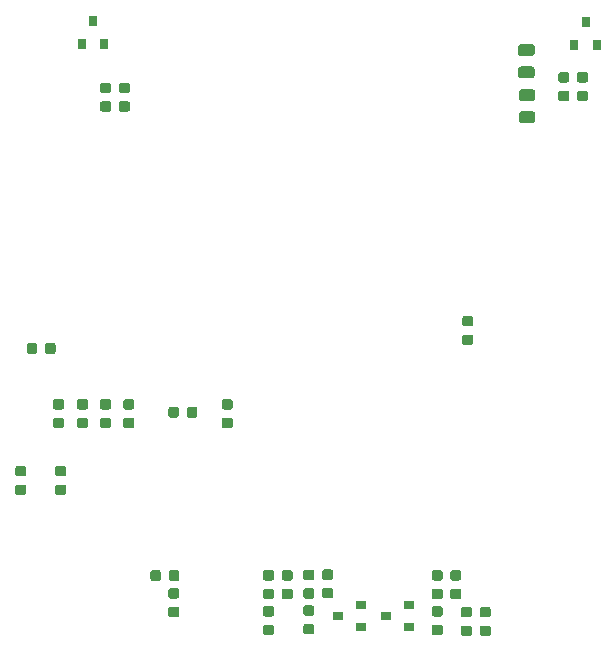
<source format=gtp>
G04 #@! TF.GenerationSoftware,KiCad,Pcbnew,5.0.2-bee76a0~70~ubuntu18.04.1*
G04 #@! TF.CreationDate,2019-01-09T05:41:56+01:00*
G04 #@! TF.ProjectId,IGM400,49474d34-3030-42e6-9b69-6361645f7063,rev?*
G04 #@! TF.SameCoordinates,Original*
G04 #@! TF.FileFunction,Paste,Top*
G04 #@! TF.FilePolarity,Positive*
%FSLAX46Y46*%
G04 Gerber Fmt 4.6, Leading zero omitted, Abs format (unit mm)*
G04 Created by KiCad (PCBNEW 5.0.2-bee76a0~70~ubuntu18.04.1) date Mi 09 Jan 2019 05:41:56 CET*
%MOMM*%
%LPD*%
G01*
G04 APERTURE LIST*
%ADD10C,0.100000*%
%ADD11C,0.875000*%
%ADD12R,0.900000X0.800000*%
%ADD13R,0.800000X0.900000*%
%ADD14C,0.975000*%
G04 APERTURE END LIST*
D10*
G04 #@! TO.C,C1*
G36*
X77366691Y-112301553D02*
X77387926Y-112304703D01*
X77408750Y-112309919D01*
X77428962Y-112317151D01*
X77448368Y-112326330D01*
X77466781Y-112337366D01*
X77484024Y-112350154D01*
X77499930Y-112364570D01*
X77514346Y-112380476D01*
X77527134Y-112397719D01*
X77538170Y-112416132D01*
X77547349Y-112435538D01*
X77554581Y-112455750D01*
X77559797Y-112476574D01*
X77562947Y-112497809D01*
X77564000Y-112519250D01*
X77564000Y-112956750D01*
X77562947Y-112978191D01*
X77559797Y-112999426D01*
X77554581Y-113020250D01*
X77547349Y-113040462D01*
X77538170Y-113059868D01*
X77527134Y-113078281D01*
X77514346Y-113095524D01*
X77499930Y-113111430D01*
X77484024Y-113125846D01*
X77466781Y-113138634D01*
X77448368Y-113149670D01*
X77428962Y-113158849D01*
X77408750Y-113166081D01*
X77387926Y-113171297D01*
X77366691Y-113174447D01*
X77345250Y-113175500D01*
X76832750Y-113175500D01*
X76811309Y-113174447D01*
X76790074Y-113171297D01*
X76769250Y-113166081D01*
X76749038Y-113158849D01*
X76729632Y-113149670D01*
X76711219Y-113138634D01*
X76693976Y-113125846D01*
X76678070Y-113111430D01*
X76663654Y-113095524D01*
X76650866Y-113078281D01*
X76639830Y-113059868D01*
X76630651Y-113040462D01*
X76623419Y-113020250D01*
X76618203Y-112999426D01*
X76615053Y-112978191D01*
X76614000Y-112956750D01*
X76614000Y-112519250D01*
X76615053Y-112497809D01*
X76618203Y-112476574D01*
X76623419Y-112455750D01*
X76630651Y-112435538D01*
X76639830Y-112416132D01*
X76650866Y-112397719D01*
X76663654Y-112380476D01*
X76678070Y-112364570D01*
X76693976Y-112350154D01*
X76711219Y-112337366D01*
X76729632Y-112326330D01*
X76749038Y-112317151D01*
X76769250Y-112309919D01*
X76790074Y-112304703D01*
X76811309Y-112301553D01*
X76832750Y-112300500D01*
X77345250Y-112300500D01*
X77366691Y-112301553D01*
X77366691Y-112301553D01*
G37*
D11*
X77089000Y-112738000D03*
D10*
G36*
X77366691Y-110726553D02*
X77387926Y-110729703D01*
X77408750Y-110734919D01*
X77428962Y-110742151D01*
X77448368Y-110751330D01*
X77466781Y-110762366D01*
X77484024Y-110775154D01*
X77499930Y-110789570D01*
X77514346Y-110805476D01*
X77527134Y-110822719D01*
X77538170Y-110841132D01*
X77547349Y-110860538D01*
X77554581Y-110880750D01*
X77559797Y-110901574D01*
X77562947Y-110922809D01*
X77564000Y-110944250D01*
X77564000Y-111381750D01*
X77562947Y-111403191D01*
X77559797Y-111424426D01*
X77554581Y-111445250D01*
X77547349Y-111465462D01*
X77538170Y-111484868D01*
X77527134Y-111503281D01*
X77514346Y-111520524D01*
X77499930Y-111536430D01*
X77484024Y-111550846D01*
X77466781Y-111563634D01*
X77448368Y-111574670D01*
X77428962Y-111583849D01*
X77408750Y-111591081D01*
X77387926Y-111596297D01*
X77366691Y-111599447D01*
X77345250Y-111600500D01*
X76832750Y-111600500D01*
X76811309Y-111599447D01*
X76790074Y-111596297D01*
X76769250Y-111591081D01*
X76749038Y-111583849D01*
X76729632Y-111574670D01*
X76711219Y-111563634D01*
X76693976Y-111550846D01*
X76678070Y-111536430D01*
X76663654Y-111520524D01*
X76650866Y-111503281D01*
X76639830Y-111484868D01*
X76630651Y-111465462D01*
X76623419Y-111445250D01*
X76618203Y-111424426D01*
X76615053Y-111403191D01*
X76614000Y-111381750D01*
X76614000Y-110944250D01*
X76615053Y-110922809D01*
X76618203Y-110901574D01*
X76623419Y-110880750D01*
X76630651Y-110860538D01*
X76639830Y-110841132D01*
X76650866Y-110822719D01*
X76663654Y-110805476D01*
X76678070Y-110789570D01*
X76693976Y-110775154D01*
X76711219Y-110762366D01*
X76729632Y-110751330D01*
X76749038Y-110742151D01*
X76769250Y-110734919D01*
X76790074Y-110729703D01*
X76811309Y-110726553D01*
X76832750Y-110725500D01*
X77345250Y-110725500D01*
X77366691Y-110726553D01*
X77366691Y-110726553D01*
G37*
D11*
X77089000Y-111163000D03*
G04 #@! TD*
D10*
G04 #@! TO.C,C3*
G36*
X91654191Y-110726553D02*
X91675426Y-110729703D01*
X91696250Y-110734919D01*
X91716462Y-110742151D01*
X91735868Y-110751330D01*
X91754281Y-110762366D01*
X91771524Y-110775154D01*
X91787430Y-110789570D01*
X91801846Y-110805476D01*
X91814634Y-110822719D01*
X91825670Y-110841132D01*
X91834849Y-110860538D01*
X91842081Y-110880750D01*
X91847297Y-110901574D01*
X91850447Y-110922809D01*
X91851500Y-110944250D01*
X91851500Y-111381750D01*
X91850447Y-111403191D01*
X91847297Y-111424426D01*
X91842081Y-111445250D01*
X91834849Y-111465462D01*
X91825670Y-111484868D01*
X91814634Y-111503281D01*
X91801846Y-111520524D01*
X91787430Y-111536430D01*
X91771524Y-111550846D01*
X91754281Y-111563634D01*
X91735868Y-111574670D01*
X91716462Y-111583849D01*
X91696250Y-111591081D01*
X91675426Y-111596297D01*
X91654191Y-111599447D01*
X91632750Y-111600500D01*
X91120250Y-111600500D01*
X91098809Y-111599447D01*
X91077574Y-111596297D01*
X91056750Y-111591081D01*
X91036538Y-111583849D01*
X91017132Y-111574670D01*
X90998719Y-111563634D01*
X90981476Y-111550846D01*
X90965570Y-111536430D01*
X90951154Y-111520524D01*
X90938366Y-111503281D01*
X90927330Y-111484868D01*
X90918151Y-111465462D01*
X90910919Y-111445250D01*
X90905703Y-111424426D01*
X90902553Y-111403191D01*
X90901500Y-111381750D01*
X90901500Y-110944250D01*
X90902553Y-110922809D01*
X90905703Y-110901574D01*
X90910919Y-110880750D01*
X90918151Y-110860538D01*
X90927330Y-110841132D01*
X90938366Y-110822719D01*
X90951154Y-110805476D01*
X90965570Y-110789570D01*
X90981476Y-110775154D01*
X90998719Y-110762366D01*
X91017132Y-110751330D01*
X91036538Y-110742151D01*
X91056750Y-110734919D01*
X91077574Y-110729703D01*
X91098809Y-110726553D01*
X91120250Y-110725500D01*
X91632750Y-110725500D01*
X91654191Y-110726553D01*
X91654191Y-110726553D01*
G37*
D11*
X91376500Y-111163000D03*
D10*
G36*
X91654191Y-112301553D02*
X91675426Y-112304703D01*
X91696250Y-112309919D01*
X91716462Y-112317151D01*
X91735868Y-112326330D01*
X91754281Y-112337366D01*
X91771524Y-112350154D01*
X91787430Y-112364570D01*
X91801846Y-112380476D01*
X91814634Y-112397719D01*
X91825670Y-112416132D01*
X91834849Y-112435538D01*
X91842081Y-112455750D01*
X91847297Y-112476574D01*
X91850447Y-112497809D01*
X91851500Y-112519250D01*
X91851500Y-112956750D01*
X91850447Y-112978191D01*
X91847297Y-112999426D01*
X91842081Y-113020250D01*
X91834849Y-113040462D01*
X91825670Y-113059868D01*
X91814634Y-113078281D01*
X91801846Y-113095524D01*
X91787430Y-113111430D01*
X91771524Y-113125846D01*
X91754281Y-113138634D01*
X91735868Y-113149670D01*
X91716462Y-113158849D01*
X91696250Y-113166081D01*
X91675426Y-113171297D01*
X91654191Y-113174447D01*
X91632750Y-113175500D01*
X91120250Y-113175500D01*
X91098809Y-113174447D01*
X91077574Y-113171297D01*
X91056750Y-113166081D01*
X91036538Y-113158849D01*
X91017132Y-113149670D01*
X90998719Y-113138634D01*
X90981476Y-113125846D01*
X90965570Y-113111430D01*
X90951154Y-113095524D01*
X90938366Y-113078281D01*
X90927330Y-113059868D01*
X90918151Y-113040462D01*
X90910919Y-113020250D01*
X90905703Y-112999426D01*
X90902553Y-112978191D01*
X90901500Y-112956750D01*
X90901500Y-112519250D01*
X90902553Y-112497809D01*
X90905703Y-112476574D01*
X90910919Y-112455750D01*
X90918151Y-112435538D01*
X90927330Y-112416132D01*
X90938366Y-112397719D01*
X90951154Y-112380476D01*
X90965570Y-112364570D01*
X90981476Y-112350154D01*
X90998719Y-112337366D01*
X91017132Y-112326330D01*
X91036538Y-112317151D01*
X91056750Y-112309919D01*
X91077574Y-112304703D01*
X91098809Y-112301553D01*
X91120250Y-112300500D01*
X91632750Y-112300500D01*
X91654191Y-112301553D01*
X91654191Y-112301553D01*
G37*
D11*
X91376500Y-112738000D03*
G04 #@! TD*
D10*
G04 #@! TO.C,C4*
G36*
X67778191Y-112250553D02*
X67799426Y-112253703D01*
X67820250Y-112258919D01*
X67840462Y-112266151D01*
X67859868Y-112275330D01*
X67878281Y-112286366D01*
X67895524Y-112299154D01*
X67911430Y-112313570D01*
X67925846Y-112329476D01*
X67938634Y-112346719D01*
X67949670Y-112365132D01*
X67958849Y-112384538D01*
X67966081Y-112404750D01*
X67971297Y-112425574D01*
X67974447Y-112446809D01*
X67975500Y-112468250D01*
X67975500Y-112905750D01*
X67974447Y-112927191D01*
X67971297Y-112948426D01*
X67966081Y-112969250D01*
X67958849Y-112989462D01*
X67949670Y-113008868D01*
X67938634Y-113027281D01*
X67925846Y-113044524D01*
X67911430Y-113060430D01*
X67895524Y-113074846D01*
X67878281Y-113087634D01*
X67859868Y-113098670D01*
X67840462Y-113107849D01*
X67820250Y-113115081D01*
X67799426Y-113120297D01*
X67778191Y-113123447D01*
X67756750Y-113124500D01*
X67244250Y-113124500D01*
X67222809Y-113123447D01*
X67201574Y-113120297D01*
X67180750Y-113115081D01*
X67160538Y-113107849D01*
X67141132Y-113098670D01*
X67122719Y-113087634D01*
X67105476Y-113074846D01*
X67089570Y-113060430D01*
X67075154Y-113044524D01*
X67062366Y-113027281D01*
X67051330Y-113008868D01*
X67042151Y-112989462D01*
X67034919Y-112969250D01*
X67029703Y-112948426D01*
X67026553Y-112927191D01*
X67025500Y-112905750D01*
X67025500Y-112468250D01*
X67026553Y-112446809D01*
X67029703Y-112425574D01*
X67034919Y-112404750D01*
X67042151Y-112384538D01*
X67051330Y-112365132D01*
X67062366Y-112346719D01*
X67075154Y-112329476D01*
X67089570Y-112313570D01*
X67105476Y-112299154D01*
X67122719Y-112286366D01*
X67141132Y-112275330D01*
X67160538Y-112266151D01*
X67180750Y-112258919D01*
X67201574Y-112253703D01*
X67222809Y-112250553D01*
X67244250Y-112249500D01*
X67756750Y-112249500D01*
X67778191Y-112250553D01*
X67778191Y-112250553D01*
G37*
D11*
X67500500Y-112687000D03*
D10*
G36*
X67778191Y-113825553D02*
X67799426Y-113828703D01*
X67820250Y-113833919D01*
X67840462Y-113841151D01*
X67859868Y-113850330D01*
X67878281Y-113861366D01*
X67895524Y-113874154D01*
X67911430Y-113888570D01*
X67925846Y-113904476D01*
X67938634Y-113921719D01*
X67949670Y-113940132D01*
X67958849Y-113959538D01*
X67966081Y-113979750D01*
X67971297Y-114000574D01*
X67974447Y-114021809D01*
X67975500Y-114043250D01*
X67975500Y-114480750D01*
X67974447Y-114502191D01*
X67971297Y-114523426D01*
X67966081Y-114544250D01*
X67958849Y-114564462D01*
X67949670Y-114583868D01*
X67938634Y-114602281D01*
X67925846Y-114619524D01*
X67911430Y-114635430D01*
X67895524Y-114649846D01*
X67878281Y-114662634D01*
X67859868Y-114673670D01*
X67840462Y-114682849D01*
X67820250Y-114690081D01*
X67799426Y-114695297D01*
X67778191Y-114698447D01*
X67756750Y-114699500D01*
X67244250Y-114699500D01*
X67222809Y-114698447D01*
X67201574Y-114695297D01*
X67180750Y-114690081D01*
X67160538Y-114682849D01*
X67141132Y-114673670D01*
X67122719Y-114662634D01*
X67105476Y-114649846D01*
X67089570Y-114635430D01*
X67075154Y-114619524D01*
X67062366Y-114602281D01*
X67051330Y-114583868D01*
X67042151Y-114564462D01*
X67034919Y-114544250D01*
X67029703Y-114523426D01*
X67026553Y-114502191D01*
X67025500Y-114480750D01*
X67025500Y-114043250D01*
X67026553Y-114021809D01*
X67029703Y-114000574D01*
X67034919Y-113979750D01*
X67042151Y-113959538D01*
X67051330Y-113940132D01*
X67062366Y-113921719D01*
X67075154Y-113904476D01*
X67089570Y-113888570D01*
X67105476Y-113874154D01*
X67122719Y-113861366D01*
X67141132Y-113850330D01*
X67160538Y-113841151D01*
X67180750Y-113833919D01*
X67201574Y-113828703D01*
X67222809Y-113825553D01*
X67244250Y-113824500D01*
X67756750Y-113824500D01*
X67778191Y-113825553D01*
X67778191Y-113825553D01*
G37*
D11*
X67500500Y-114262000D03*
G04 #@! TD*
D10*
G04 #@! TO.C,C7*
G36*
X58189691Y-103475053D02*
X58210926Y-103478203D01*
X58231750Y-103483419D01*
X58251962Y-103490651D01*
X58271368Y-103499830D01*
X58289781Y-103510866D01*
X58307024Y-103523654D01*
X58322930Y-103538070D01*
X58337346Y-103553976D01*
X58350134Y-103571219D01*
X58361170Y-103589632D01*
X58370349Y-103609038D01*
X58377581Y-103629250D01*
X58382797Y-103650074D01*
X58385947Y-103671309D01*
X58387000Y-103692750D01*
X58387000Y-104130250D01*
X58385947Y-104151691D01*
X58382797Y-104172926D01*
X58377581Y-104193750D01*
X58370349Y-104213962D01*
X58361170Y-104233368D01*
X58350134Y-104251781D01*
X58337346Y-104269024D01*
X58322930Y-104284930D01*
X58307024Y-104299346D01*
X58289781Y-104312134D01*
X58271368Y-104323170D01*
X58251962Y-104332349D01*
X58231750Y-104339581D01*
X58210926Y-104344797D01*
X58189691Y-104347947D01*
X58168250Y-104349000D01*
X57655750Y-104349000D01*
X57634309Y-104347947D01*
X57613074Y-104344797D01*
X57592250Y-104339581D01*
X57572038Y-104332349D01*
X57552632Y-104323170D01*
X57534219Y-104312134D01*
X57516976Y-104299346D01*
X57501070Y-104284930D01*
X57486654Y-104269024D01*
X57473866Y-104251781D01*
X57462830Y-104233368D01*
X57453651Y-104213962D01*
X57446419Y-104193750D01*
X57441203Y-104172926D01*
X57438053Y-104151691D01*
X57437000Y-104130250D01*
X57437000Y-103692750D01*
X57438053Y-103671309D01*
X57441203Y-103650074D01*
X57446419Y-103629250D01*
X57453651Y-103609038D01*
X57462830Y-103589632D01*
X57473866Y-103571219D01*
X57486654Y-103553976D01*
X57501070Y-103538070D01*
X57516976Y-103523654D01*
X57534219Y-103510866D01*
X57552632Y-103499830D01*
X57572038Y-103490651D01*
X57592250Y-103483419D01*
X57613074Y-103478203D01*
X57634309Y-103475053D01*
X57655750Y-103474000D01*
X58168250Y-103474000D01*
X58189691Y-103475053D01*
X58189691Y-103475053D01*
G37*
D11*
X57912000Y-103911500D03*
D10*
G36*
X58189691Y-101900053D02*
X58210926Y-101903203D01*
X58231750Y-101908419D01*
X58251962Y-101915651D01*
X58271368Y-101924830D01*
X58289781Y-101935866D01*
X58307024Y-101948654D01*
X58322930Y-101963070D01*
X58337346Y-101978976D01*
X58350134Y-101996219D01*
X58361170Y-102014632D01*
X58370349Y-102034038D01*
X58377581Y-102054250D01*
X58382797Y-102075074D01*
X58385947Y-102096309D01*
X58387000Y-102117750D01*
X58387000Y-102555250D01*
X58385947Y-102576691D01*
X58382797Y-102597926D01*
X58377581Y-102618750D01*
X58370349Y-102638962D01*
X58361170Y-102658368D01*
X58350134Y-102676781D01*
X58337346Y-102694024D01*
X58322930Y-102709930D01*
X58307024Y-102724346D01*
X58289781Y-102737134D01*
X58271368Y-102748170D01*
X58251962Y-102757349D01*
X58231750Y-102764581D01*
X58210926Y-102769797D01*
X58189691Y-102772947D01*
X58168250Y-102774000D01*
X57655750Y-102774000D01*
X57634309Y-102772947D01*
X57613074Y-102769797D01*
X57592250Y-102764581D01*
X57572038Y-102757349D01*
X57552632Y-102748170D01*
X57534219Y-102737134D01*
X57516976Y-102724346D01*
X57501070Y-102709930D01*
X57486654Y-102694024D01*
X57473866Y-102676781D01*
X57462830Y-102658368D01*
X57453651Y-102638962D01*
X57446419Y-102618750D01*
X57441203Y-102597926D01*
X57438053Y-102576691D01*
X57437000Y-102555250D01*
X57437000Y-102117750D01*
X57438053Y-102096309D01*
X57441203Y-102075074D01*
X57446419Y-102054250D01*
X57453651Y-102034038D01*
X57462830Y-102014632D01*
X57473866Y-101996219D01*
X57486654Y-101978976D01*
X57501070Y-101963070D01*
X57516976Y-101948654D01*
X57534219Y-101935866D01*
X57552632Y-101924830D01*
X57572038Y-101915651D01*
X57592250Y-101908419D01*
X57613074Y-101903203D01*
X57634309Y-101900053D01*
X57655750Y-101899000D01*
X58168250Y-101899000D01*
X58189691Y-101900053D01*
X58189691Y-101900053D01*
G37*
D11*
X57912000Y-102336500D03*
G04 #@! TD*
D10*
G04 #@! TO.C,C8*
G36*
X54824191Y-101900053D02*
X54845426Y-101903203D01*
X54866250Y-101908419D01*
X54886462Y-101915651D01*
X54905868Y-101924830D01*
X54924281Y-101935866D01*
X54941524Y-101948654D01*
X54957430Y-101963070D01*
X54971846Y-101978976D01*
X54984634Y-101996219D01*
X54995670Y-102014632D01*
X55004849Y-102034038D01*
X55012081Y-102054250D01*
X55017297Y-102075074D01*
X55020447Y-102096309D01*
X55021500Y-102117750D01*
X55021500Y-102555250D01*
X55020447Y-102576691D01*
X55017297Y-102597926D01*
X55012081Y-102618750D01*
X55004849Y-102638962D01*
X54995670Y-102658368D01*
X54984634Y-102676781D01*
X54971846Y-102694024D01*
X54957430Y-102709930D01*
X54941524Y-102724346D01*
X54924281Y-102737134D01*
X54905868Y-102748170D01*
X54886462Y-102757349D01*
X54866250Y-102764581D01*
X54845426Y-102769797D01*
X54824191Y-102772947D01*
X54802750Y-102774000D01*
X54290250Y-102774000D01*
X54268809Y-102772947D01*
X54247574Y-102769797D01*
X54226750Y-102764581D01*
X54206538Y-102757349D01*
X54187132Y-102748170D01*
X54168719Y-102737134D01*
X54151476Y-102724346D01*
X54135570Y-102709930D01*
X54121154Y-102694024D01*
X54108366Y-102676781D01*
X54097330Y-102658368D01*
X54088151Y-102638962D01*
X54080919Y-102618750D01*
X54075703Y-102597926D01*
X54072553Y-102576691D01*
X54071500Y-102555250D01*
X54071500Y-102117750D01*
X54072553Y-102096309D01*
X54075703Y-102075074D01*
X54080919Y-102054250D01*
X54088151Y-102034038D01*
X54097330Y-102014632D01*
X54108366Y-101996219D01*
X54121154Y-101978976D01*
X54135570Y-101963070D01*
X54151476Y-101948654D01*
X54168719Y-101935866D01*
X54187132Y-101924830D01*
X54206538Y-101915651D01*
X54226750Y-101908419D01*
X54247574Y-101903203D01*
X54268809Y-101900053D01*
X54290250Y-101899000D01*
X54802750Y-101899000D01*
X54824191Y-101900053D01*
X54824191Y-101900053D01*
G37*
D11*
X54546500Y-102336500D03*
D10*
G36*
X54824191Y-103475053D02*
X54845426Y-103478203D01*
X54866250Y-103483419D01*
X54886462Y-103490651D01*
X54905868Y-103499830D01*
X54924281Y-103510866D01*
X54941524Y-103523654D01*
X54957430Y-103538070D01*
X54971846Y-103553976D01*
X54984634Y-103571219D01*
X54995670Y-103589632D01*
X55004849Y-103609038D01*
X55012081Y-103629250D01*
X55017297Y-103650074D01*
X55020447Y-103671309D01*
X55021500Y-103692750D01*
X55021500Y-104130250D01*
X55020447Y-104151691D01*
X55017297Y-104172926D01*
X55012081Y-104193750D01*
X55004849Y-104213962D01*
X54995670Y-104233368D01*
X54984634Y-104251781D01*
X54971846Y-104269024D01*
X54957430Y-104284930D01*
X54941524Y-104299346D01*
X54924281Y-104312134D01*
X54905868Y-104323170D01*
X54886462Y-104332349D01*
X54866250Y-104339581D01*
X54845426Y-104344797D01*
X54824191Y-104347947D01*
X54802750Y-104349000D01*
X54290250Y-104349000D01*
X54268809Y-104347947D01*
X54247574Y-104344797D01*
X54226750Y-104339581D01*
X54206538Y-104332349D01*
X54187132Y-104323170D01*
X54168719Y-104312134D01*
X54151476Y-104299346D01*
X54135570Y-104284930D01*
X54121154Y-104269024D01*
X54108366Y-104251781D01*
X54097330Y-104233368D01*
X54088151Y-104213962D01*
X54080919Y-104193750D01*
X54075703Y-104172926D01*
X54072553Y-104151691D01*
X54071500Y-104130250D01*
X54071500Y-103692750D01*
X54072553Y-103671309D01*
X54075703Y-103650074D01*
X54080919Y-103629250D01*
X54088151Y-103609038D01*
X54097330Y-103589632D01*
X54108366Y-103571219D01*
X54121154Y-103553976D01*
X54135570Y-103538070D01*
X54151476Y-103523654D01*
X54168719Y-103510866D01*
X54187132Y-103499830D01*
X54206538Y-103490651D01*
X54226750Y-103483419D01*
X54247574Y-103478203D01*
X54268809Y-103475053D01*
X54290250Y-103474000D01*
X54802750Y-103474000D01*
X54824191Y-103475053D01*
X54824191Y-103475053D01*
G37*
D11*
X54546500Y-103911500D03*
G04 #@! TD*
D10*
G04 #@! TO.C,C9*
G36*
X92670191Y-89200053D02*
X92691426Y-89203203D01*
X92712250Y-89208419D01*
X92732462Y-89215651D01*
X92751868Y-89224830D01*
X92770281Y-89235866D01*
X92787524Y-89248654D01*
X92803430Y-89263070D01*
X92817846Y-89278976D01*
X92830634Y-89296219D01*
X92841670Y-89314632D01*
X92850849Y-89334038D01*
X92858081Y-89354250D01*
X92863297Y-89375074D01*
X92866447Y-89396309D01*
X92867500Y-89417750D01*
X92867500Y-89855250D01*
X92866447Y-89876691D01*
X92863297Y-89897926D01*
X92858081Y-89918750D01*
X92850849Y-89938962D01*
X92841670Y-89958368D01*
X92830634Y-89976781D01*
X92817846Y-89994024D01*
X92803430Y-90009930D01*
X92787524Y-90024346D01*
X92770281Y-90037134D01*
X92751868Y-90048170D01*
X92732462Y-90057349D01*
X92712250Y-90064581D01*
X92691426Y-90069797D01*
X92670191Y-90072947D01*
X92648750Y-90074000D01*
X92136250Y-90074000D01*
X92114809Y-90072947D01*
X92093574Y-90069797D01*
X92072750Y-90064581D01*
X92052538Y-90057349D01*
X92033132Y-90048170D01*
X92014719Y-90037134D01*
X91997476Y-90024346D01*
X91981570Y-90009930D01*
X91967154Y-89994024D01*
X91954366Y-89976781D01*
X91943330Y-89958368D01*
X91934151Y-89938962D01*
X91926919Y-89918750D01*
X91921703Y-89897926D01*
X91918553Y-89876691D01*
X91917500Y-89855250D01*
X91917500Y-89417750D01*
X91918553Y-89396309D01*
X91921703Y-89375074D01*
X91926919Y-89354250D01*
X91934151Y-89334038D01*
X91943330Y-89314632D01*
X91954366Y-89296219D01*
X91967154Y-89278976D01*
X91981570Y-89263070D01*
X91997476Y-89248654D01*
X92014719Y-89235866D01*
X92033132Y-89224830D01*
X92052538Y-89215651D01*
X92072750Y-89208419D01*
X92093574Y-89203203D01*
X92114809Y-89200053D01*
X92136250Y-89199000D01*
X92648750Y-89199000D01*
X92670191Y-89200053D01*
X92670191Y-89200053D01*
G37*
D11*
X92392500Y-89636500D03*
D10*
G36*
X92670191Y-90775053D02*
X92691426Y-90778203D01*
X92712250Y-90783419D01*
X92732462Y-90790651D01*
X92751868Y-90799830D01*
X92770281Y-90810866D01*
X92787524Y-90823654D01*
X92803430Y-90838070D01*
X92817846Y-90853976D01*
X92830634Y-90871219D01*
X92841670Y-90889632D01*
X92850849Y-90909038D01*
X92858081Y-90929250D01*
X92863297Y-90950074D01*
X92866447Y-90971309D01*
X92867500Y-90992750D01*
X92867500Y-91430250D01*
X92866447Y-91451691D01*
X92863297Y-91472926D01*
X92858081Y-91493750D01*
X92850849Y-91513962D01*
X92841670Y-91533368D01*
X92830634Y-91551781D01*
X92817846Y-91569024D01*
X92803430Y-91584930D01*
X92787524Y-91599346D01*
X92770281Y-91612134D01*
X92751868Y-91623170D01*
X92732462Y-91632349D01*
X92712250Y-91639581D01*
X92691426Y-91644797D01*
X92670191Y-91647947D01*
X92648750Y-91649000D01*
X92136250Y-91649000D01*
X92114809Y-91647947D01*
X92093574Y-91644797D01*
X92072750Y-91639581D01*
X92052538Y-91632349D01*
X92033132Y-91623170D01*
X92014719Y-91612134D01*
X91997476Y-91599346D01*
X91981570Y-91584930D01*
X91967154Y-91569024D01*
X91954366Y-91551781D01*
X91943330Y-91533368D01*
X91934151Y-91513962D01*
X91926919Y-91493750D01*
X91921703Y-91472926D01*
X91918553Y-91451691D01*
X91917500Y-91430250D01*
X91917500Y-90992750D01*
X91918553Y-90971309D01*
X91921703Y-90950074D01*
X91926919Y-90929250D01*
X91934151Y-90909038D01*
X91943330Y-90889632D01*
X91954366Y-90871219D01*
X91967154Y-90853976D01*
X91981570Y-90838070D01*
X91997476Y-90823654D01*
X92014719Y-90810866D01*
X92033132Y-90799830D01*
X92052538Y-90790651D01*
X92072750Y-90783419D01*
X92093574Y-90778203D01*
X92114809Y-90775053D01*
X92136250Y-90774000D01*
X92648750Y-90774000D01*
X92670191Y-90775053D01*
X92670191Y-90775053D01*
G37*
D11*
X92392500Y-91211500D03*
G04 #@! TD*
D10*
G04 #@! TO.C,C2*
G36*
X80795691Y-112238053D02*
X80816926Y-112241203D01*
X80837750Y-112246419D01*
X80857962Y-112253651D01*
X80877368Y-112262830D01*
X80895781Y-112273866D01*
X80913024Y-112286654D01*
X80928930Y-112301070D01*
X80943346Y-112316976D01*
X80956134Y-112334219D01*
X80967170Y-112352632D01*
X80976349Y-112372038D01*
X80983581Y-112392250D01*
X80988797Y-112413074D01*
X80991947Y-112434309D01*
X80993000Y-112455750D01*
X80993000Y-112893250D01*
X80991947Y-112914691D01*
X80988797Y-112935926D01*
X80983581Y-112956750D01*
X80976349Y-112976962D01*
X80967170Y-112996368D01*
X80956134Y-113014781D01*
X80943346Y-113032024D01*
X80928930Y-113047930D01*
X80913024Y-113062346D01*
X80895781Y-113075134D01*
X80877368Y-113086170D01*
X80857962Y-113095349D01*
X80837750Y-113102581D01*
X80816926Y-113107797D01*
X80795691Y-113110947D01*
X80774250Y-113112000D01*
X80261750Y-113112000D01*
X80240309Y-113110947D01*
X80219074Y-113107797D01*
X80198250Y-113102581D01*
X80178038Y-113095349D01*
X80158632Y-113086170D01*
X80140219Y-113075134D01*
X80122976Y-113062346D01*
X80107070Y-113047930D01*
X80092654Y-113032024D01*
X80079866Y-113014781D01*
X80068830Y-112996368D01*
X80059651Y-112976962D01*
X80052419Y-112956750D01*
X80047203Y-112935926D01*
X80044053Y-112914691D01*
X80043000Y-112893250D01*
X80043000Y-112455750D01*
X80044053Y-112434309D01*
X80047203Y-112413074D01*
X80052419Y-112392250D01*
X80059651Y-112372038D01*
X80068830Y-112352632D01*
X80079866Y-112334219D01*
X80092654Y-112316976D01*
X80107070Y-112301070D01*
X80122976Y-112286654D01*
X80140219Y-112273866D01*
X80158632Y-112262830D01*
X80178038Y-112253651D01*
X80198250Y-112246419D01*
X80219074Y-112241203D01*
X80240309Y-112238053D01*
X80261750Y-112237000D01*
X80774250Y-112237000D01*
X80795691Y-112238053D01*
X80795691Y-112238053D01*
G37*
D11*
X80518000Y-112674500D03*
D10*
G36*
X80795691Y-110663053D02*
X80816926Y-110666203D01*
X80837750Y-110671419D01*
X80857962Y-110678651D01*
X80877368Y-110687830D01*
X80895781Y-110698866D01*
X80913024Y-110711654D01*
X80928930Y-110726070D01*
X80943346Y-110741976D01*
X80956134Y-110759219D01*
X80967170Y-110777632D01*
X80976349Y-110797038D01*
X80983581Y-110817250D01*
X80988797Y-110838074D01*
X80991947Y-110859309D01*
X80993000Y-110880750D01*
X80993000Y-111318250D01*
X80991947Y-111339691D01*
X80988797Y-111360926D01*
X80983581Y-111381750D01*
X80976349Y-111401962D01*
X80967170Y-111421368D01*
X80956134Y-111439781D01*
X80943346Y-111457024D01*
X80928930Y-111472930D01*
X80913024Y-111487346D01*
X80895781Y-111500134D01*
X80877368Y-111511170D01*
X80857962Y-111520349D01*
X80837750Y-111527581D01*
X80816926Y-111532797D01*
X80795691Y-111535947D01*
X80774250Y-111537000D01*
X80261750Y-111537000D01*
X80240309Y-111535947D01*
X80219074Y-111532797D01*
X80198250Y-111527581D01*
X80178038Y-111520349D01*
X80158632Y-111511170D01*
X80140219Y-111500134D01*
X80122976Y-111487346D01*
X80107070Y-111472930D01*
X80092654Y-111457024D01*
X80079866Y-111439781D01*
X80068830Y-111421368D01*
X80059651Y-111401962D01*
X80052419Y-111381750D01*
X80047203Y-111360926D01*
X80044053Y-111339691D01*
X80043000Y-111318250D01*
X80043000Y-110880750D01*
X80044053Y-110859309D01*
X80047203Y-110838074D01*
X80052419Y-110817250D01*
X80059651Y-110797038D01*
X80068830Y-110777632D01*
X80079866Y-110759219D01*
X80092654Y-110741976D01*
X80107070Y-110726070D01*
X80122976Y-110711654D01*
X80140219Y-110698866D01*
X80158632Y-110687830D01*
X80178038Y-110678651D01*
X80198250Y-110671419D01*
X80219074Y-110666203D01*
X80240309Y-110663053D01*
X80261750Y-110662000D01*
X80774250Y-110662000D01*
X80795691Y-110663053D01*
X80795691Y-110663053D01*
G37*
D11*
X80518000Y-111099500D03*
G04 #@! TD*
D12*
G04 #@! TO.C,Q2*
X85423500Y-114617500D03*
X87423500Y-113667500D03*
X87423500Y-115567500D03*
G04 #@! TD*
G04 #@! TO.C,Q1*
X83359500Y-115567500D03*
X83359500Y-113667500D03*
X81359500Y-114617500D03*
G04 #@! TD*
D13*
G04 #@! TO.C,Q3*
X60642500Y-64214500D03*
X61592500Y-66214500D03*
X59692500Y-66214500D03*
G04 #@! TD*
G04 #@! TO.C,Q4*
X101412000Y-66278000D03*
X103312000Y-66278000D03*
X102362000Y-64278000D03*
G04 #@! TD*
D10*
G04 #@! TO.C,R7*
G36*
X90066691Y-112301553D02*
X90087926Y-112304703D01*
X90108750Y-112309919D01*
X90128962Y-112317151D01*
X90148368Y-112326330D01*
X90166781Y-112337366D01*
X90184024Y-112350154D01*
X90199930Y-112364570D01*
X90214346Y-112380476D01*
X90227134Y-112397719D01*
X90238170Y-112416132D01*
X90247349Y-112435538D01*
X90254581Y-112455750D01*
X90259797Y-112476574D01*
X90262947Y-112497809D01*
X90264000Y-112519250D01*
X90264000Y-112956750D01*
X90262947Y-112978191D01*
X90259797Y-112999426D01*
X90254581Y-113020250D01*
X90247349Y-113040462D01*
X90238170Y-113059868D01*
X90227134Y-113078281D01*
X90214346Y-113095524D01*
X90199930Y-113111430D01*
X90184024Y-113125846D01*
X90166781Y-113138634D01*
X90148368Y-113149670D01*
X90128962Y-113158849D01*
X90108750Y-113166081D01*
X90087926Y-113171297D01*
X90066691Y-113174447D01*
X90045250Y-113175500D01*
X89532750Y-113175500D01*
X89511309Y-113174447D01*
X89490074Y-113171297D01*
X89469250Y-113166081D01*
X89449038Y-113158849D01*
X89429632Y-113149670D01*
X89411219Y-113138634D01*
X89393976Y-113125846D01*
X89378070Y-113111430D01*
X89363654Y-113095524D01*
X89350866Y-113078281D01*
X89339830Y-113059868D01*
X89330651Y-113040462D01*
X89323419Y-113020250D01*
X89318203Y-112999426D01*
X89315053Y-112978191D01*
X89314000Y-112956750D01*
X89314000Y-112519250D01*
X89315053Y-112497809D01*
X89318203Y-112476574D01*
X89323419Y-112455750D01*
X89330651Y-112435538D01*
X89339830Y-112416132D01*
X89350866Y-112397719D01*
X89363654Y-112380476D01*
X89378070Y-112364570D01*
X89393976Y-112350154D01*
X89411219Y-112337366D01*
X89429632Y-112326330D01*
X89449038Y-112317151D01*
X89469250Y-112309919D01*
X89490074Y-112304703D01*
X89511309Y-112301553D01*
X89532750Y-112300500D01*
X90045250Y-112300500D01*
X90066691Y-112301553D01*
X90066691Y-112301553D01*
G37*
D11*
X89789000Y-112738000D03*
D10*
G36*
X90066691Y-110726553D02*
X90087926Y-110729703D01*
X90108750Y-110734919D01*
X90128962Y-110742151D01*
X90148368Y-110751330D01*
X90166781Y-110762366D01*
X90184024Y-110775154D01*
X90199930Y-110789570D01*
X90214346Y-110805476D01*
X90227134Y-110822719D01*
X90238170Y-110841132D01*
X90247349Y-110860538D01*
X90254581Y-110880750D01*
X90259797Y-110901574D01*
X90262947Y-110922809D01*
X90264000Y-110944250D01*
X90264000Y-111381750D01*
X90262947Y-111403191D01*
X90259797Y-111424426D01*
X90254581Y-111445250D01*
X90247349Y-111465462D01*
X90238170Y-111484868D01*
X90227134Y-111503281D01*
X90214346Y-111520524D01*
X90199930Y-111536430D01*
X90184024Y-111550846D01*
X90166781Y-111563634D01*
X90148368Y-111574670D01*
X90128962Y-111583849D01*
X90108750Y-111591081D01*
X90087926Y-111596297D01*
X90066691Y-111599447D01*
X90045250Y-111600500D01*
X89532750Y-111600500D01*
X89511309Y-111599447D01*
X89490074Y-111596297D01*
X89469250Y-111591081D01*
X89449038Y-111583849D01*
X89429632Y-111574670D01*
X89411219Y-111563634D01*
X89393976Y-111550846D01*
X89378070Y-111536430D01*
X89363654Y-111520524D01*
X89350866Y-111503281D01*
X89339830Y-111484868D01*
X89330651Y-111465462D01*
X89323419Y-111445250D01*
X89318203Y-111424426D01*
X89315053Y-111403191D01*
X89314000Y-111381750D01*
X89314000Y-110944250D01*
X89315053Y-110922809D01*
X89318203Y-110901574D01*
X89323419Y-110880750D01*
X89330651Y-110860538D01*
X89339830Y-110841132D01*
X89350866Y-110822719D01*
X89363654Y-110805476D01*
X89378070Y-110789570D01*
X89393976Y-110775154D01*
X89411219Y-110762366D01*
X89429632Y-110751330D01*
X89449038Y-110742151D01*
X89469250Y-110734919D01*
X89490074Y-110729703D01*
X89511309Y-110726553D01*
X89532750Y-110725500D01*
X90045250Y-110725500D01*
X90066691Y-110726553D01*
X90066691Y-110726553D01*
G37*
D11*
X89789000Y-111163000D03*
G04 #@! TD*
D10*
G04 #@! TO.C,R16*
G36*
X57999191Y-97823553D02*
X58020426Y-97826703D01*
X58041250Y-97831919D01*
X58061462Y-97839151D01*
X58080868Y-97848330D01*
X58099281Y-97859366D01*
X58116524Y-97872154D01*
X58132430Y-97886570D01*
X58146846Y-97902476D01*
X58159634Y-97919719D01*
X58170670Y-97938132D01*
X58179849Y-97957538D01*
X58187081Y-97977750D01*
X58192297Y-97998574D01*
X58195447Y-98019809D01*
X58196500Y-98041250D01*
X58196500Y-98478750D01*
X58195447Y-98500191D01*
X58192297Y-98521426D01*
X58187081Y-98542250D01*
X58179849Y-98562462D01*
X58170670Y-98581868D01*
X58159634Y-98600281D01*
X58146846Y-98617524D01*
X58132430Y-98633430D01*
X58116524Y-98647846D01*
X58099281Y-98660634D01*
X58080868Y-98671670D01*
X58061462Y-98680849D01*
X58041250Y-98688081D01*
X58020426Y-98693297D01*
X57999191Y-98696447D01*
X57977750Y-98697500D01*
X57465250Y-98697500D01*
X57443809Y-98696447D01*
X57422574Y-98693297D01*
X57401750Y-98688081D01*
X57381538Y-98680849D01*
X57362132Y-98671670D01*
X57343719Y-98660634D01*
X57326476Y-98647846D01*
X57310570Y-98633430D01*
X57296154Y-98617524D01*
X57283366Y-98600281D01*
X57272330Y-98581868D01*
X57263151Y-98562462D01*
X57255919Y-98542250D01*
X57250703Y-98521426D01*
X57247553Y-98500191D01*
X57246500Y-98478750D01*
X57246500Y-98041250D01*
X57247553Y-98019809D01*
X57250703Y-97998574D01*
X57255919Y-97977750D01*
X57263151Y-97957538D01*
X57272330Y-97938132D01*
X57283366Y-97919719D01*
X57296154Y-97902476D01*
X57310570Y-97886570D01*
X57326476Y-97872154D01*
X57343719Y-97859366D01*
X57362132Y-97848330D01*
X57381538Y-97839151D01*
X57401750Y-97831919D01*
X57422574Y-97826703D01*
X57443809Y-97823553D01*
X57465250Y-97822500D01*
X57977750Y-97822500D01*
X57999191Y-97823553D01*
X57999191Y-97823553D01*
G37*
D11*
X57721500Y-98260000D03*
D10*
G36*
X57999191Y-96248553D02*
X58020426Y-96251703D01*
X58041250Y-96256919D01*
X58061462Y-96264151D01*
X58080868Y-96273330D01*
X58099281Y-96284366D01*
X58116524Y-96297154D01*
X58132430Y-96311570D01*
X58146846Y-96327476D01*
X58159634Y-96344719D01*
X58170670Y-96363132D01*
X58179849Y-96382538D01*
X58187081Y-96402750D01*
X58192297Y-96423574D01*
X58195447Y-96444809D01*
X58196500Y-96466250D01*
X58196500Y-96903750D01*
X58195447Y-96925191D01*
X58192297Y-96946426D01*
X58187081Y-96967250D01*
X58179849Y-96987462D01*
X58170670Y-97006868D01*
X58159634Y-97025281D01*
X58146846Y-97042524D01*
X58132430Y-97058430D01*
X58116524Y-97072846D01*
X58099281Y-97085634D01*
X58080868Y-97096670D01*
X58061462Y-97105849D01*
X58041250Y-97113081D01*
X58020426Y-97118297D01*
X57999191Y-97121447D01*
X57977750Y-97122500D01*
X57465250Y-97122500D01*
X57443809Y-97121447D01*
X57422574Y-97118297D01*
X57401750Y-97113081D01*
X57381538Y-97105849D01*
X57362132Y-97096670D01*
X57343719Y-97085634D01*
X57326476Y-97072846D01*
X57310570Y-97058430D01*
X57296154Y-97042524D01*
X57283366Y-97025281D01*
X57272330Y-97006868D01*
X57263151Y-96987462D01*
X57255919Y-96967250D01*
X57250703Y-96946426D01*
X57247553Y-96925191D01*
X57246500Y-96903750D01*
X57246500Y-96466250D01*
X57247553Y-96444809D01*
X57250703Y-96423574D01*
X57255919Y-96402750D01*
X57263151Y-96382538D01*
X57272330Y-96363132D01*
X57283366Y-96344719D01*
X57296154Y-96327476D01*
X57310570Y-96311570D01*
X57326476Y-96297154D01*
X57343719Y-96284366D01*
X57362132Y-96273330D01*
X57381538Y-96264151D01*
X57401750Y-96256919D01*
X57422574Y-96251703D01*
X57443809Y-96248553D01*
X57465250Y-96247500D01*
X57977750Y-96247500D01*
X57999191Y-96248553D01*
X57999191Y-96248553D01*
G37*
D11*
X57721500Y-96685000D03*
G04 #@! TD*
D10*
G04 #@! TO.C,R1*
G36*
X75779191Y-115349553D02*
X75800426Y-115352703D01*
X75821250Y-115357919D01*
X75841462Y-115365151D01*
X75860868Y-115374330D01*
X75879281Y-115385366D01*
X75896524Y-115398154D01*
X75912430Y-115412570D01*
X75926846Y-115428476D01*
X75939634Y-115445719D01*
X75950670Y-115464132D01*
X75959849Y-115483538D01*
X75967081Y-115503750D01*
X75972297Y-115524574D01*
X75975447Y-115545809D01*
X75976500Y-115567250D01*
X75976500Y-116004750D01*
X75975447Y-116026191D01*
X75972297Y-116047426D01*
X75967081Y-116068250D01*
X75959849Y-116088462D01*
X75950670Y-116107868D01*
X75939634Y-116126281D01*
X75926846Y-116143524D01*
X75912430Y-116159430D01*
X75896524Y-116173846D01*
X75879281Y-116186634D01*
X75860868Y-116197670D01*
X75841462Y-116206849D01*
X75821250Y-116214081D01*
X75800426Y-116219297D01*
X75779191Y-116222447D01*
X75757750Y-116223500D01*
X75245250Y-116223500D01*
X75223809Y-116222447D01*
X75202574Y-116219297D01*
X75181750Y-116214081D01*
X75161538Y-116206849D01*
X75142132Y-116197670D01*
X75123719Y-116186634D01*
X75106476Y-116173846D01*
X75090570Y-116159430D01*
X75076154Y-116143524D01*
X75063366Y-116126281D01*
X75052330Y-116107868D01*
X75043151Y-116088462D01*
X75035919Y-116068250D01*
X75030703Y-116047426D01*
X75027553Y-116026191D01*
X75026500Y-116004750D01*
X75026500Y-115567250D01*
X75027553Y-115545809D01*
X75030703Y-115524574D01*
X75035919Y-115503750D01*
X75043151Y-115483538D01*
X75052330Y-115464132D01*
X75063366Y-115445719D01*
X75076154Y-115428476D01*
X75090570Y-115412570D01*
X75106476Y-115398154D01*
X75123719Y-115385366D01*
X75142132Y-115374330D01*
X75161538Y-115365151D01*
X75181750Y-115357919D01*
X75202574Y-115352703D01*
X75223809Y-115349553D01*
X75245250Y-115348500D01*
X75757750Y-115348500D01*
X75779191Y-115349553D01*
X75779191Y-115349553D01*
G37*
D11*
X75501500Y-115786000D03*
D10*
G36*
X75779191Y-113774553D02*
X75800426Y-113777703D01*
X75821250Y-113782919D01*
X75841462Y-113790151D01*
X75860868Y-113799330D01*
X75879281Y-113810366D01*
X75896524Y-113823154D01*
X75912430Y-113837570D01*
X75926846Y-113853476D01*
X75939634Y-113870719D01*
X75950670Y-113889132D01*
X75959849Y-113908538D01*
X75967081Y-113928750D01*
X75972297Y-113949574D01*
X75975447Y-113970809D01*
X75976500Y-113992250D01*
X75976500Y-114429750D01*
X75975447Y-114451191D01*
X75972297Y-114472426D01*
X75967081Y-114493250D01*
X75959849Y-114513462D01*
X75950670Y-114532868D01*
X75939634Y-114551281D01*
X75926846Y-114568524D01*
X75912430Y-114584430D01*
X75896524Y-114598846D01*
X75879281Y-114611634D01*
X75860868Y-114622670D01*
X75841462Y-114631849D01*
X75821250Y-114639081D01*
X75800426Y-114644297D01*
X75779191Y-114647447D01*
X75757750Y-114648500D01*
X75245250Y-114648500D01*
X75223809Y-114647447D01*
X75202574Y-114644297D01*
X75181750Y-114639081D01*
X75161538Y-114631849D01*
X75142132Y-114622670D01*
X75123719Y-114611634D01*
X75106476Y-114598846D01*
X75090570Y-114584430D01*
X75076154Y-114568524D01*
X75063366Y-114551281D01*
X75052330Y-114532868D01*
X75043151Y-114513462D01*
X75035919Y-114493250D01*
X75030703Y-114472426D01*
X75027553Y-114451191D01*
X75026500Y-114429750D01*
X75026500Y-113992250D01*
X75027553Y-113970809D01*
X75030703Y-113949574D01*
X75035919Y-113928750D01*
X75043151Y-113908538D01*
X75052330Y-113889132D01*
X75063366Y-113870719D01*
X75076154Y-113853476D01*
X75090570Y-113837570D01*
X75106476Y-113823154D01*
X75123719Y-113810366D01*
X75142132Y-113799330D01*
X75161538Y-113790151D01*
X75181750Y-113782919D01*
X75202574Y-113777703D01*
X75223809Y-113774553D01*
X75245250Y-113773500D01*
X75757750Y-113773500D01*
X75779191Y-113774553D01*
X75779191Y-113774553D01*
G37*
D11*
X75501500Y-114211000D03*
G04 #@! TD*
D10*
G04 #@! TO.C,R2*
G36*
X79208191Y-113711053D02*
X79229426Y-113714203D01*
X79250250Y-113719419D01*
X79270462Y-113726651D01*
X79289868Y-113735830D01*
X79308281Y-113746866D01*
X79325524Y-113759654D01*
X79341430Y-113774070D01*
X79355846Y-113789976D01*
X79368634Y-113807219D01*
X79379670Y-113825632D01*
X79388849Y-113845038D01*
X79396081Y-113865250D01*
X79401297Y-113886074D01*
X79404447Y-113907309D01*
X79405500Y-113928750D01*
X79405500Y-114366250D01*
X79404447Y-114387691D01*
X79401297Y-114408926D01*
X79396081Y-114429750D01*
X79388849Y-114449962D01*
X79379670Y-114469368D01*
X79368634Y-114487781D01*
X79355846Y-114505024D01*
X79341430Y-114520930D01*
X79325524Y-114535346D01*
X79308281Y-114548134D01*
X79289868Y-114559170D01*
X79270462Y-114568349D01*
X79250250Y-114575581D01*
X79229426Y-114580797D01*
X79208191Y-114583947D01*
X79186750Y-114585000D01*
X78674250Y-114585000D01*
X78652809Y-114583947D01*
X78631574Y-114580797D01*
X78610750Y-114575581D01*
X78590538Y-114568349D01*
X78571132Y-114559170D01*
X78552719Y-114548134D01*
X78535476Y-114535346D01*
X78519570Y-114520930D01*
X78505154Y-114505024D01*
X78492366Y-114487781D01*
X78481330Y-114469368D01*
X78472151Y-114449962D01*
X78464919Y-114429750D01*
X78459703Y-114408926D01*
X78456553Y-114387691D01*
X78455500Y-114366250D01*
X78455500Y-113928750D01*
X78456553Y-113907309D01*
X78459703Y-113886074D01*
X78464919Y-113865250D01*
X78472151Y-113845038D01*
X78481330Y-113825632D01*
X78492366Y-113807219D01*
X78505154Y-113789976D01*
X78519570Y-113774070D01*
X78535476Y-113759654D01*
X78552719Y-113746866D01*
X78571132Y-113735830D01*
X78590538Y-113726651D01*
X78610750Y-113719419D01*
X78631574Y-113714203D01*
X78652809Y-113711053D01*
X78674250Y-113710000D01*
X79186750Y-113710000D01*
X79208191Y-113711053D01*
X79208191Y-113711053D01*
G37*
D11*
X78930500Y-114147500D03*
D10*
G36*
X79208191Y-115286053D02*
X79229426Y-115289203D01*
X79250250Y-115294419D01*
X79270462Y-115301651D01*
X79289868Y-115310830D01*
X79308281Y-115321866D01*
X79325524Y-115334654D01*
X79341430Y-115349070D01*
X79355846Y-115364976D01*
X79368634Y-115382219D01*
X79379670Y-115400632D01*
X79388849Y-115420038D01*
X79396081Y-115440250D01*
X79401297Y-115461074D01*
X79404447Y-115482309D01*
X79405500Y-115503750D01*
X79405500Y-115941250D01*
X79404447Y-115962691D01*
X79401297Y-115983926D01*
X79396081Y-116004750D01*
X79388849Y-116024962D01*
X79379670Y-116044368D01*
X79368634Y-116062781D01*
X79355846Y-116080024D01*
X79341430Y-116095930D01*
X79325524Y-116110346D01*
X79308281Y-116123134D01*
X79289868Y-116134170D01*
X79270462Y-116143349D01*
X79250250Y-116150581D01*
X79229426Y-116155797D01*
X79208191Y-116158947D01*
X79186750Y-116160000D01*
X78674250Y-116160000D01*
X78652809Y-116158947D01*
X78631574Y-116155797D01*
X78610750Y-116150581D01*
X78590538Y-116143349D01*
X78571132Y-116134170D01*
X78552719Y-116123134D01*
X78535476Y-116110346D01*
X78519570Y-116095930D01*
X78505154Y-116080024D01*
X78492366Y-116062781D01*
X78481330Y-116044368D01*
X78472151Y-116024962D01*
X78464919Y-116004750D01*
X78459703Y-115983926D01*
X78456553Y-115962691D01*
X78455500Y-115941250D01*
X78455500Y-115503750D01*
X78456553Y-115482309D01*
X78459703Y-115461074D01*
X78464919Y-115440250D01*
X78472151Y-115420038D01*
X78481330Y-115400632D01*
X78492366Y-115382219D01*
X78505154Y-115364976D01*
X78519570Y-115349070D01*
X78535476Y-115334654D01*
X78552719Y-115321866D01*
X78571132Y-115310830D01*
X78590538Y-115301651D01*
X78610750Y-115294419D01*
X78631574Y-115289203D01*
X78652809Y-115286053D01*
X78674250Y-115285000D01*
X79186750Y-115285000D01*
X79208191Y-115286053D01*
X79208191Y-115286053D01*
G37*
D11*
X78930500Y-115722500D03*
G04 #@! TD*
D10*
G04 #@! TO.C,R3*
G36*
X90066691Y-115349553D02*
X90087926Y-115352703D01*
X90108750Y-115357919D01*
X90128962Y-115365151D01*
X90148368Y-115374330D01*
X90166781Y-115385366D01*
X90184024Y-115398154D01*
X90199930Y-115412570D01*
X90214346Y-115428476D01*
X90227134Y-115445719D01*
X90238170Y-115464132D01*
X90247349Y-115483538D01*
X90254581Y-115503750D01*
X90259797Y-115524574D01*
X90262947Y-115545809D01*
X90264000Y-115567250D01*
X90264000Y-116004750D01*
X90262947Y-116026191D01*
X90259797Y-116047426D01*
X90254581Y-116068250D01*
X90247349Y-116088462D01*
X90238170Y-116107868D01*
X90227134Y-116126281D01*
X90214346Y-116143524D01*
X90199930Y-116159430D01*
X90184024Y-116173846D01*
X90166781Y-116186634D01*
X90148368Y-116197670D01*
X90128962Y-116206849D01*
X90108750Y-116214081D01*
X90087926Y-116219297D01*
X90066691Y-116222447D01*
X90045250Y-116223500D01*
X89532750Y-116223500D01*
X89511309Y-116222447D01*
X89490074Y-116219297D01*
X89469250Y-116214081D01*
X89449038Y-116206849D01*
X89429632Y-116197670D01*
X89411219Y-116186634D01*
X89393976Y-116173846D01*
X89378070Y-116159430D01*
X89363654Y-116143524D01*
X89350866Y-116126281D01*
X89339830Y-116107868D01*
X89330651Y-116088462D01*
X89323419Y-116068250D01*
X89318203Y-116047426D01*
X89315053Y-116026191D01*
X89314000Y-116004750D01*
X89314000Y-115567250D01*
X89315053Y-115545809D01*
X89318203Y-115524574D01*
X89323419Y-115503750D01*
X89330651Y-115483538D01*
X89339830Y-115464132D01*
X89350866Y-115445719D01*
X89363654Y-115428476D01*
X89378070Y-115412570D01*
X89393976Y-115398154D01*
X89411219Y-115385366D01*
X89429632Y-115374330D01*
X89449038Y-115365151D01*
X89469250Y-115357919D01*
X89490074Y-115352703D01*
X89511309Y-115349553D01*
X89532750Y-115348500D01*
X90045250Y-115348500D01*
X90066691Y-115349553D01*
X90066691Y-115349553D01*
G37*
D11*
X89789000Y-115786000D03*
D10*
G36*
X90066691Y-113774553D02*
X90087926Y-113777703D01*
X90108750Y-113782919D01*
X90128962Y-113790151D01*
X90148368Y-113799330D01*
X90166781Y-113810366D01*
X90184024Y-113823154D01*
X90199930Y-113837570D01*
X90214346Y-113853476D01*
X90227134Y-113870719D01*
X90238170Y-113889132D01*
X90247349Y-113908538D01*
X90254581Y-113928750D01*
X90259797Y-113949574D01*
X90262947Y-113970809D01*
X90264000Y-113992250D01*
X90264000Y-114429750D01*
X90262947Y-114451191D01*
X90259797Y-114472426D01*
X90254581Y-114493250D01*
X90247349Y-114513462D01*
X90238170Y-114532868D01*
X90227134Y-114551281D01*
X90214346Y-114568524D01*
X90199930Y-114584430D01*
X90184024Y-114598846D01*
X90166781Y-114611634D01*
X90148368Y-114622670D01*
X90128962Y-114631849D01*
X90108750Y-114639081D01*
X90087926Y-114644297D01*
X90066691Y-114647447D01*
X90045250Y-114648500D01*
X89532750Y-114648500D01*
X89511309Y-114647447D01*
X89490074Y-114644297D01*
X89469250Y-114639081D01*
X89449038Y-114631849D01*
X89429632Y-114622670D01*
X89411219Y-114611634D01*
X89393976Y-114598846D01*
X89378070Y-114584430D01*
X89363654Y-114568524D01*
X89350866Y-114551281D01*
X89339830Y-114532868D01*
X89330651Y-114513462D01*
X89323419Y-114493250D01*
X89318203Y-114472426D01*
X89315053Y-114451191D01*
X89314000Y-114429750D01*
X89314000Y-113992250D01*
X89315053Y-113970809D01*
X89318203Y-113949574D01*
X89323419Y-113928750D01*
X89330651Y-113908538D01*
X89339830Y-113889132D01*
X89350866Y-113870719D01*
X89363654Y-113853476D01*
X89378070Y-113837570D01*
X89393976Y-113823154D01*
X89411219Y-113810366D01*
X89429632Y-113799330D01*
X89449038Y-113790151D01*
X89469250Y-113782919D01*
X89490074Y-113777703D01*
X89511309Y-113774553D01*
X89532750Y-113773500D01*
X90045250Y-113773500D01*
X90066691Y-113774553D01*
X90066691Y-113774553D01*
G37*
D11*
X89789000Y-114211000D03*
G04 #@! TD*
D10*
G04 #@! TO.C,R4*
G36*
X67766191Y-110714553D02*
X67787426Y-110717703D01*
X67808250Y-110722919D01*
X67828462Y-110730151D01*
X67847868Y-110739330D01*
X67866281Y-110750366D01*
X67883524Y-110763154D01*
X67899430Y-110777570D01*
X67913846Y-110793476D01*
X67926634Y-110810719D01*
X67937670Y-110829132D01*
X67946849Y-110848538D01*
X67954081Y-110868750D01*
X67959297Y-110889574D01*
X67962447Y-110910809D01*
X67963500Y-110932250D01*
X67963500Y-111444750D01*
X67962447Y-111466191D01*
X67959297Y-111487426D01*
X67954081Y-111508250D01*
X67946849Y-111528462D01*
X67937670Y-111547868D01*
X67926634Y-111566281D01*
X67913846Y-111583524D01*
X67899430Y-111599430D01*
X67883524Y-111613846D01*
X67866281Y-111626634D01*
X67847868Y-111637670D01*
X67828462Y-111646849D01*
X67808250Y-111654081D01*
X67787426Y-111659297D01*
X67766191Y-111662447D01*
X67744750Y-111663500D01*
X67307250Y-111663500D01*
X67285809Y-111662447D01*
X67264574Y-111659297D01*
X67243750Y-111654081D01*
X67223538Y-111646849D01*
X67204132Y-111637670D01*
X67185719Y-111626634D01*
X67168476Y-111613846D01*
X67152570Y-111599430D01*
X67138154Y-111583524D01*
X67125366Y-111566281D01*
X67114330Y-111547868D01*
X67105151Y-111528462D01*
X67097919Y-111508250D01*
X67092703Y-111487426D01*
X67089553Y-111466191D01*
X67088500Y-111444750D01*
X67088500Y-110932250D01*
X67089553Y-110910809D01*
X67092703Y-110889574D01*
X67097919Y-110868750D01*
X67105151Y-110848538D01*
X67114330Y-110829132D01*
X67125366Y-110810719D01*
X67138154Y-110793476D01*
X67152570Y-110777570D01*
X67168476Y-110763154D01*
X67185719Y-110750366D01*
X67204132Y-110739330D01*
X67223538Y-110730151D01*
X67243750Y-110722919D01*
X67264574Y-110717703D01*
X67285809Y-110714553D01*
X67307250Y-110713500D01*
X67744750Y-110713500D01*
X67766191Y-110714553D01*
X67766191Y-110714553D01*
G37*
D11*
X67526000Y-111188500D03*
D10*
G36*
X66191191Y-110714553D02*
X66212426Y-110717703D01*
X66233250Y-110722919D01*
X66253462Y-110730151D01*
X66272868Y-110739330D01*
X66291281Y-110750366D01*
X66308524Y-110763154D01*
X66324430Y-110777570D01*
X66338846Y-110793476D01*
X66351634Y-110810719D01*
X66362670Y-110829132D01*
X66371849Y-110848538D01*
X66379081Y-110868750D01*
X66384297Y-110889574D01*
X66387447Y-110910809D01*
X66388500Y-110932250D01*
X66388500Y-111444750D01*
X66387447Y-111466191D01*
X66384297Y-111487426D01*
X66379081Y-111508250D01*
X66371849Y-111528462D01*
X66362670Y-111547868D01*
X66351634Y-111566281D01*
X66338846Y-111583524D01*
X66324430Y-111599430D01*
X66308524Y-111613846D01*
X66291281Y-111626634D01*
X66272868Y-111637670D01*
X66253462Y-111646849D01*
X66233250Y-111654081D01*
X66212426Y-111659297D01*
X66191191Y-111662447D01*
X66169750Y-111663500D01*
X65732250Y-111663500D01*
X65710809Y-111662447D01*
X65689574Y-111659297D01*
X65668750Y-111654081D01*
X65648538Y-111646849D01*
X65629132Y-111637670D01*
X65610719Y-111626634D01*
X65593476Y-111613846D01*
X65577570Y-111599430D01*
X65563154Y-111583524D01*
X65550366Y-111566281D01*
X65539330Y-111547868D01*
X65530151Y-111528462D01*
X65522919Y-111508250D01*
X65517703Y-111487426D01*
X65514553Y-111466191D01*
X65513500Y-111444750D01*
X65513500Y-110932250D01*
X65514553Y-110910809D01*
X65517703Y-110889574D01*
X65522919Y-110868750D01*
X65530151Y-110848538D01*
X65539330Y-110829132D01*
X65550366Y-110810719D01*
X65563154Y-110793476D01*
X65577570Y-110777570D01*
X65593476Y-110763154D01*
X65610719Y-110750366D01*
X65629132Y-110739330D01*
X65648538Y-110730151D01*
X65668750Y-110722919D01*
X65689574Y-110717703D01*
X65710809Y-110714553D01*
X65732250Y-110713500D01*
X66169750Y-110713500D01*
X66191191Y-110714553D01*
X66191191Y-110714553D01*
G37*
D11*
X65951000Y-111188500D03*
G04 #@! TD*
D10*
G04 #@! TO.C,R5*
G36*
X75779191Y-112301553D02*
X75800426Y-112304703D01*
X75821250Y-112309919D01*
X75841462Y-112317151D01*
X75860868Y-112326330D01*
X75879281Y-112337366D01*
X75896524Y-112350154D01*
X75912430Y-112364570D01*
X75926846Y-112380476D01*
X75939634Y-112397719D01*
X75950670Y-112416132D01*
X75959849Y-112435538D01*
X75967081Y-112455750D01*
X75972297Y-112476574D01*
X75975447Y-112497809D01*
X75976500Y-112519250D01*
X75976500Y-112956750D01*
X75975447Y-112978191D01*
X75972297Y-112999426D01*
X75967081Y-113020250D01*
X75959849Y-113040462D01*
X75950670Y-113059868D01*
X75939634Y-113078281D01*
X75926846Y-113095524D01*
X75912430Y-113111430D01*
X75896524Y-113125846D01*
X75879281Y-113138634D01*
X75860868Y-113149670D01*
X75841462Y-113158849D01*
X75821250Y-113166081D01*
X75800426Y-113171297D01*
X75779191Y-113174447D01*
X75757750Y-113175500D01*
X75245250Y-113175500D01*
X75223809Y-113174447D01*
X75202574Y-113171297D01*
X75181750Y-113166081D01*
X75161538Y-113158849D01*
X75142132Y-113149670D01*
X75123719Y-113138634D01*
X75106476Y-113125846D01*
X75090570Y-113111430D01*
X75076154Y-113095524D01*
X75063366Y-113078281D01*
X75052330Y-113059868D01*
X75043151Y-113040462D01*
X75035919Y-113020250D01*
X75030703Y-112999426D01*
X75027553Y-112978191D01*
X75026500Y-112956750D01*
X75026500Y-112519250D01*
X75027553Y-112497809D01*
X75030703Y-112476574D01*
X75035919Y-112455750D01*
X75043151Y-112435538D01*
X75052330Y-112416132D01*
X75063366Y-112397719D01*
X75076154Y-112380476D01*
X75090570Y-112364570D01*
X75106476Y-112350154D01*
X75123719Y-112337366D01*
X75142132Y-112326330D01*
X75161538Y-112317151D01*
X75181750Y-112309919D01*
X75202574Y-112304703D01*
X75223809Y-112301553D01*
X75245250Y-112300500D01*
X75757750Y-112300500D01*
X75779191Y-112301553D01*
X75779191Y-112301553D01*
G37*
D11*
X75501500Y-112738000D03*
D10*
G36*
X75779191Y-110726553D02*
X75800426Y-110729703D01*
X75821250Y-110734919D01*
X75841462Y-110742151D01*
X75860868Y-110751330D01*
X75879281Y-110762366D01*
X75896524Y-110775154D01*
X75912430Y-110789570D01*
X75926846Y-110805476D01*
X75939634Y-110822719D01*
X75950670Y-110841132D01*
X75959849Y-110860538D01*
X75967081Y-110880750D01*
X75972297Y-110901574D01*
X75975447Y-110922809D01*
X75976500Y-110944250D01*
X75976500Y-111381750D01*
X75975447Y-111403191D01*
X75972297Y-111424426D01*
X75967081Y-111445250D01*
X75959849Y-111465462D01*
X75950670Y-111484868D01*
X75939634Y-111503281D01*
X75926846Y-111520524D01*
X75912430Y-111536430D01*
X75896524Y-111550846D01*
X75879281Y-111563634D01*
X75860868Y-111574670D01*
X75841462Y-111583849D01*
X75821250Y-111591081D01*
X75800426Y-111596297D01*
X75779191Y-111599447D01*
X75757750Y-111600500D01*
X75245250Y-111600500D01*
X75223809Y-111599447D01*
X75202574Y-111596297D01*
X75181750Y-111591081D01*
X75161538Y-111583849D01*
X75142132Y-111574670D01*
X75123719Y-111563634D01*
X75106476Y-111550846D01*
X75090570Y-111536430D01*
X75076154Y-111520524D01*
X75063366Y-111503281D01*
X75052330Y-111484868D01*
X75043151Y-111465462D01*
X75035919Y-111445250D01*
X75030703Y-111424426D01*
X75027553Y-111403191D01*
X75026500Y-111381750D01*
X75026500Y-110944250D01*
X75027553Y-110922809D01*
X75030703Y-110901574D01*
X75035919Y-110880750D01*
X75043151Y-110860538D01*
X75052330Y-110841132D01*
X75063366Y-110822719D01*
X75076154Y-110805476D01*
X75090570Y-110789570D01*
X75106476Y-110775154D01*
X75123719Y-110762366D01*
X75142132Y-110751330D01*
X75161538Y-110742151D01*
X75181750Y-110734919D01*
X75202574Y-110729703D01*
X75223809Y-110726553D01*
X75245250Y-110725500D01*
X75757750Y-110725500D01*
X75779191Y-110726553D01*
X75779191Y-110726553D01*
G37*
D11*
X75501500Y-111163000D03*
G04 #@! TD*
D10*
G04 #@! TO.C,R6*
G36*
X79208191Y-110688554D02*
X79229426Y-110691704D01*
X79250250Y-110696920D01*
X79270462Y-110704152D01*
X79289868Y-110713331D01*
X79308281Y-110724367D01*
X79325524Y-110737155D01*
X79341430Y-110751571D01*
X79355846Y-110767477D01*
X79368634Y-110784720D01*
X79379670Y-110803133D01*
X79388849Y-110822539D01*
X79396081Y-110842751D01*
X79401297Y-110863575D01*
X79404447Y-110884810D01*
X79405500Y-110906251D01*
X79405500Y-111343751D01*
X79404447Y-111365192D01*
X79401297Y-111386427D01*
X79396081Y-111407251D01*
X79388849Y-111427463D01*
X79379670Y-111446869D01*
X79368634Y-111465282D01*
X79355846Y-111482525D01*
X79341430Y-111498431D01*
X79325524Y-111512847D01*
X79308281Y-111525635D01*
X79289868Y-111536671D01*
X79270462Y-111545850D01*
X79250250Y-111553082D01*
X79229426Y-111558298D01*
X79208191Y-111561448D01*
X79186750Y-111562501D01*
X78674250Y-111562501D01*
X78652809Y-111561448D01*
X78631574Y-111558298D01*
X78610750Y-111553082D01*
X78590538Y-111545850D01*
X78571132Y-111536671D01*
X78552719Y-111525635D01*
X78535476Y-111512847D01*
X78519570Y-111498431D01*
X78505154Y-111482525D01*
X78492366Y-111465282D01*
X78481330Y-111446869D01*
X78472151Y-111427463D01*
X78464919Y-111407251D01*
X78459703Y-111386427D01*
X78456553Y-111365192D01*
X78455500Y-111343751D01*
X78455500Y-110906251D01*
X78456553Y-110884810D01*
X78459703Y-110863575D01*
X78464919Y-110842751D01*
X78472151Y-110822539D01*
X78481330Y-110803133D01*
X78492366Y-110784720D01*
X78505154Y-110767477D01*
X78519570Y-110751571D01*
X78535476Y-110737155D01*
X78552719Y-110724367D01*
X78571132Y-110713331D01*
X78590538Y-110704152D01*
X78610750Y-110696920D01*
X78631574Y-110691704D01*
X78652809Y-110688554D01*
X78674250Y-110687501D01*
X79186750Y-110687501D01*
X79208191Y-110688554D01*
X79208191Y-110688554D01*
G37*
D11*
X78930500Y-111125001D03*
D10*
G36*
X79208191Y-112263554D02*
X79229426Y-112266704D01*
X79250250Y-112271920D01*
X79270462Y-112279152D01*
X79289868Y-112288331D01*
X79308281Y-112299367D01*
X79325524Y-112312155D01*
X79341430Y-112326571D01*
X79355846Y-112342477D01*
X79368634Y-112359720D01*
X79379670Y-112378133D01*
X79388849Y-112397539D01*
X79396081Y-112417751D01*
X79401297Y-112438575D01*
X79404447Y-112459810D01*
X79405500Y-112481251D01*
X79405500Y-112918751D01*
X79404447Y-112940192D01*
X79401297Y-112961427D01*
X79396081Y-112982251D01*
X79388849Y-113002463D01*
X79379670Y-113021869D01*
X79368634Y-113040282D01*
X79355846Y-113057525D01*
X79341430Y-113073431D01*
X79325524Y-113087847D01*
X79308281Y-113100635D01*
X79289868Y-113111671D01*
X79270462Y-113120850D01*
X79250250Y-113128082D01*
X79229426Y-113133298D01*
X79208191Y-113136448D01*
X79186750Y-113137501D01*
X78674250Y-113137501D01*
X78652809Y-113136448D01*
X78631574Y-113133298D01*
X78610750Y-113128082D01*
X78590538Y-113120850D01*
X78571132Y-113111671D01*
X78552719Y-113100635D01*
X78535476Y-113087847D01*
X78519570Y-113073431D01*
X78505154Y-113057525D01*
X78492366Y-113040282D01*
X78481330Y-113021869D01*
X78472151Y-113002463D01*
X78464919Y-112982251D01*
X78459703Y-112961427D01*
X78456553Y-112940192D01*
X78455500Y-112918751D01*
X78455500Y-112481251D01*
X78456553Y-112459810D01*
X78459703Y-112438575D01*
X78464919Y-112417751D01*
X78472151Y-112397539D01*
X78481330Y-112378133D01*
X78492366Y-112359720D01*
X78505154Y-112342477D01*
X78519570Y-112326571D01*
X78535476Y-112312155D01*
X78552719Y-112299367D01*
X78571132Y-112288331D01*
X78590538Y-112279152D01*
X78610750Y-112271920D01*
X78631574Y-112266704D01*
X78652809Y-112263554D01*
X78674250Y-112262501D01*
X79186750Y-112262501D01*
X79208191Y-112263554D01*
X79208191Y-112263554D01*
G37*
D11*
X78930500Y-112700001D03*
G04 #@! TD*
D10*
G04 #@! TO.C,R15*
G36*
X94130691Y-113838053D02*
X94151926Y-113841203D01*
X94172750Y-113846419D01*
X94192962Y-113853651D01*
X94212368Y-113862830D01*
X94230781Y-113873866D01*
X94248024Y-113886654D01*
X94263930Y-113901070D01*
X94278346Y-113916976D01*
X94291134Y-113934219D01*
X94302170Y-113952632D01*
X94311349Y-113972038D01*
X94318581Y-113992250D01*
X94323797Y-114013074D01*
X94326947Y-114034309D01*
X94328000Y-114055750D01*
X94328000Y-114493250D01*
X94326947Y-114514691D01*
X94323797Y-114535926D01*
X94318581Y-114556750D01*
X94311349Y-114576962D01*
X94302170Y-114596368D01*
X94291134Y-114614781D01*
X94278346Y-114632024D01*
X94263930Y-114647930D01*
X94248024Y-114662346D01*
X94230781Y-114675134D01*
X94212368Y-114686170D01*
X94192962Y-114695349D01*
X94172750Y-114702581D01*
X94151926Y-114707797D01*
X94130691Y-114710947D01*
X94109250Y-114712000D01*
X93596750Y-114712000D01*
X93575309Y-114710947D01*
X93554074Y-114707797D01*
X93533250Y-114702581D01*
X93513038Y-114695349D01*
X93493632Y-114686170D01*
X93475219Y-114675134D01*
X93457976Y-114662346D01*
X93442070Y-114647930D01*
X93427654Y-114632024D01*
X93414866Y-114614781D01*
X93403830Y-114596368D01*
X93394651Y-114576962D01*
X93387419Y-114556750D01*
X93382203Y-114535926D01*
X93379053Y-114514691D01*
X93378000Y-114493250D01*
X93378000Y-114055750D01*
X93379053Y-114034309D01*
X93382203Y-114013074D01*
X93387419Y-113992250D01*
X93394651Y-113972038D01*
X93403830Y-113952632D01*
X93414866Y-113934219D01*
X93427654Y-113916976D01*
X93442070Y-113901070D01*
X93457976Y-113886654D01*
X93475219Y-113873866D01*
X93493632Y-113862830D01*
X93513038Y-113853651D01*
X93533250Y-113846419D01*
X93554074Y-113841203D01*
X93575309Y-113838053D01*
X93596750Y-113837000D01*
X94109250Y-113837000D01*
X94130691Y-113838053D01*
X94130691Y-113838053D01*
G37*
D11*
X93853000Y-114274500D03*
D10*
G36*
X94130691Y-115413053D02*
X94151926Y-115416203D01*
X94172750Y-115421419D01*
X94192962Y-115428651D01*
X94212368Y-115437830D01*
X94230781Y-115448866D01*
X94248024Y-115461654D01*
X94263930Y-115476070D01*
X94278346Y-115491976D01*
X94291134Y-115509219D01*
X94302170Y-115527632D01*
X94311349Y-115547038D01*
X94318581Y-115567250D01*
X94323797Y-115588074D01*
X94326947Y-115609309D01*
X94328000Y-115630750D01*
X94328000Y-116068250D01*
X94326947Y-116089691D01*
X94323797Y-116110926D01*
X94318581Y-116131750D01*
X94311349Y-116151962D01*
X94302170Y-116171368D01*
X94291134Y-116189781D01*
X94278346Y-116207024D01*
X94263930Y-116222930D01*
X94248024Y-116237346D01*
X94230781Y-116250134D01*
X94212368Y-116261170D01*
X94192962Y-116270349D01*
X94172750Y-116277581D01*
X94151926Y-116282797D01*
X94130691Y-116285947D01*
X94109250Y-116287000D01*
X93596750Y-116287000D01*
X93575309Y-116285947D01*
X93554074Y-116282797D01*
X93533250Y-116277581D01*
X93513038Y-116270349D01*
X93493632Y-116261170D01*
X93475219Y-116250134D01*
X93457976Y-116237346D01*
X93442070Y-116222930D01*
X93427654Y-116207024D01*
X93414866Y-116189781D01*
X93403830Y-116171368D01*
X93394651Y-116151962D01*
X93387419Y-116131750D01*
X93382203Y-116110926D01*
X93379053Y-116089691D01*
X93378000Y-116068250D01*
X93378000Y-115630750D01*
X93379053Y-115609309D01*
X93382203Y-115588074D01*
X93387419Y-115567250D01*
X93394651Y-115547038D01*
X93403830Y-115527632D01*
X93414866Y-115509219D01*
X93427654Y-115491976D01*
X93442070Y-115476070D01*
X93457976Y-115461654D01*
X93475219Y-115448866D01*
X93493632Y-115437830D01*
X93513038Y-115428651D01*
X93533250Y-115421419D01*
X93554074Y-115416203D01*
X93575309Y-115413053D01*
X93596750Y-115412000D01*
X94109250Y-115412000D01*
X94130691Y-115413053D01*
X94130691Y-115413053D01*
G37*
D11*
X93853000Y-115849500D03*
G04 #@! TD*
D10*
G04 #@! TO.C,R8*
G36*
X61999691Y-96248553D02*
X62020926Y-96251703D01*
X62041750Y-96256919D01*
X62061962Y-96264151D01*
X62081368Y-96273330D01*
X62099781Y-96284366D01*
X62117024Y-96297154D01*
X62132930Y-96311570D01*
X62147346Y-96327476D01*
X62160134Y-96344719D01*
X62171170Y-96363132D01*
X62180349Y-96382538D01*
X62187581Y-96402750D01*
X62192797Y-96423574D01*
X62195947Y-96444809D01*
X62197000Y-96466250D01*
X62197000Y-96903750D01*
X62195947Y-96925191D01*
X62192797Y-96946426D01*
X62187581Y-96967250D01*
X62180349Y-96987462D01*
X62171170Y-97006868D01*
X62160134Y-97025281D01*
X62147346Y-97042524D01*
X62132930Y-97058430D01*
X62117024Y-97072846D01*
X62099781Y-97085634D01*
X62081368Y-97096670D01*
X62061962Y-97105849D01*
X62041750Y-97113081D01*
X62020926Y-97118297D01*
X61999691Y-97121447D01*
X61978250Y-97122500D01*
X61465750Y-97122500D01*
X61444309Y-97121447D01*
X61423074Y-97118297D01*
X61402250Y-97113081D01*
X61382038Y-97105849D01*
X61362632Y-97096670D01*
X61344219Y-97085634D01*
X61326976Y-97072846D01*
X61311070Y-97058430D01*
X61296654Y-97042524D01*
X61283866Y-97025281D01*
X61272830Y-97006868D01*
X61263651Y-96987462D01*
X61256419Y-96967250D01*
X61251203Y-96946426D01*
X61248053Y-96925191D01*
X61247000Y-96903750D01*
X61247000Y-96466250D01*
X61248053Y-96444809D01*
X61251203Y-96423574D01*
X61256419Y-96402750D01*
X61263651Y-96382538D01*
X61272830Y-96363132D01*
X61283866Y-96344719D01*
X61296654Y-96327476D01*
X61311070Y-96311570D01*
X61326976Y-96297154D01*
X61344219Y-96284366D01*
X61362632Y-96273330D01*
X61382038Y-96264151D01*
X61402250Y-96256919D01*
X61423074Y-96251703D01*
X61444309Y-96248553D01*
X61465750Y-96247500D01*
X61978250Y-96247500D01*
X61999691Y-96248553D01*
X61999691Y-96248553D01*
G37*
D11*
X61722000Y-96685000D03*
D10*
G36*
X61999691Y-97823553D02*
X62020926Y-97826703D01*
X62041750Y-97831919D01*
X62061962Y-97839151D01*
X62081368Y-97848330D01*
X62099781Y-97859366D01*
X62117024Y-97872154D01*
X62132930Y-97886570D01*
X62147346Y-97902476D01*
X62160134Y-97919719D01*
X62171170Y-97938132D01*
X62180349Y-97957538D01*
X62187581Y-97977750D01*
X62192797Y-97998574D01*
X62195947Y-98019809D01*
X62197000Y-98041250D01*
X62197000Y-98478750D01*
X62195947Y-98500191D01*
X62192797Y-98521426D01*
X62187581Y-98542250D01*
X62180349Y-98562462D01*
X62171170Y-98581868D01*
X62160134Y-98600281D01*
X62147346Y-98617524D01*
X62132930Y-98633430D01*
X62117024Y-98647846D01*
X62099781Y-98660634D01*
X62081368Y-98671670D01*
X62061962Y-98680849D01*
X62041750Y-98688081D01*
X62020926Y-98693297D01*
X61999691Y-98696447D01*
X61978250Y-98697500D01*
X61465750Y-98697500D01*
X61444309Y-98696447D01*
X61423074Y-98693297D01*
X61402250Y-98688081D01*
X61382038Y-98680849D01*
X61362632Y-98671670D01*
X61344219Y-98660634D01*
X61326976Y-98647846D01*
X61311070Y-98633430D01*
X61296654Y-98617524D01*
X61283866Y-98600281D01*
X61272830Y-98581868D01*
X61263651Y-98562462D01*
X61256419Y-98542250D01*
X61251203Y-98521426D01*
X61248053Y-98500191D01*
X61247000Y-98478750D01*
X61247000Y-98041250D01*
X61248053Y-98019809D01*
X61251203Y-97998574D01*
X61256419Y-97977750D01*
X61263651Y-97957538D01*
X61272830Y-97938132D01*
X61283866Y-97919719D01*
X61296654Y-97902476D01*
X61311070Y-97886570D01*
X61326976Y-97872154D01*
X61344219Y-97859366D01*
X61362632Y-97848330D01*
X61382038Y-97839151D01*
X61402250Y-97831919D01*
X61423074Y-97826703D01*
X61444309Y-97823553D01*
X61465750Y-97822500D01*
X61978250Y-97822500D01*
X61999691Y-97823553D01*
X61999691Y-97823553D01*
G37*
D11*
X61722000Y-98260000D03*
G04 #@! TD*
D10*
G04 #@! TO.C,R10*
G36*
X72286691Y-97823553D02*
X72307926Y-97826703D01*
X72328750Y-97831919D01*
X72348962Y-97839151D01*
X72368368Y-97848330D01*
X72386781Y-97859366D01*
X72404024Y-97872154D01*
X72419930Y-97886570D01*
X72434346Y-97902476D01*
X72447134Y-97919719D01*
X72458170Y-97938132D01*
X72467349Y-97957538D01*
X72474581Y-97977750D01*
X72479797Y-97998574D01*
X72482947Y-98019809D01*
X72484000Y-98041250D01*
X72484000Y-98478750D01*
X72482947Y-98500191D01*
X72479797Y-98521426D01*
X72474581Y-98542250D01*
X72467349Y-98562462D01*
X72458170Y-98581868D01*
X72447134Y-98600281D01*
X72434346Y-98617524D01*
X72419930Y-98633430D01*
X72404024Y-98647846D01*
X72386781Y-98660634D01*
X72368368Y-98671670D01*
X72348962Y-98680849D01*
X72328750Y-98688081D01*
X72307926Y-98693297D01*
X72286691Y-98696447D01*
X72265250Y-98697500D01*
X71752750Y-98697500D01*
X71731309Y-98696447D01*
X71710074Y-98693297D01*
X71689250Y-98688081D01*
X71669038Y-98680849D01*
X71649632Y-98671670D01*
X71631219Y-98660634D01*
X71613976Y-98647846D01*
X71598070Y-98633430D01*
X71583654Y-98617524D01*
X71570866Y-98600281D01*
X71559830Y-98581868D01*
X71550651Y-98562462D01*
X71543419Y-98542250D01*
X71538203Y-98521426D01*
X71535053Y-98500191D01*
X71534000Y-98478750D01*
X71534000Y-98041250D01*
X71535053Y-98019809D01*
X71538203Y-97998574D01*
X71543419Y-97977750D01*
X71550651Y-97957538D01*
X71559830Y-97938132D01*
X71570866Y-97919719D01*
X71583654Y-97902476D01*
X71598070Y-97886570D01*
X71613976Y-97872154D01*
X71631219Y-97859366D01*
X71649632Y-97848330D01*
X71669038Y-97839151D01*
X71689250Y-97831919D01*
X71710074Y-97826703D01*
X71731309Y-97823553D01*
X71752750Y-97822500D01*
X72265250Y-97822500D01*
X72286691Y-97823553D01*
X72286691Y-97823553D01*
G37*
D11*
X72009000Y-98260000D03*
D10*
G36*
X72286691Y-96248553D02*
X72307926Y-96251703D01*
X72328750Y-96256919D01*
X72348962Y-96264151D01*
X72368368Y-96273330D01*
X72386781Y-96284366D01*
X72404024Y-96297154D01*
X72419930Y-96311570D01*
X72434346Y-96327476D01*
X72447134Y-96344719D01*
X72458170Y-96363132D01*
X72467349Y-96382538D01*
X72474581Y-96402750D01*
X72479797Y-96423574D01*
X72482947Y-96444809D01*
X72484000Y-96466250D01*
X72484000Y-96903750D01*
X72482947Y-96925191D01*
X72479797Y-96946426D01*
X72474581Y-96967250D01*
X72467349Y-96987462D01*
X72458170Y-97006868D01*
X72447134Y-97025281D01*
X72434346Y-97042524D01*
X72419930Y-97058430D01*
X72404024Y-97072846D01*
X72386781Y-97085634D01*
X72368368Y-97096670D01*
X72348962Y-97105849D01*
X72328750Y-97113081D01*
X72307926Y-97118297D01*
X72286691Y-97121447D01*
X72265250Y-97122500D01*
X71752750Y-97122500D01*
X71731309Y-97121447D01*
X71710074Y-97118297D01*
X71689250Y-97113081D01*
X71669038Y-97105849D01*
X71649632Y-97096670D01*
X71631219Y-97085634D01*
X71613976Y-97072846D01*
X71598070Y-97058430D01*
X71583654Y-97042524D01*
X71570866Y-97025281D01*
X71559830Y-97006868D01*
X71550651Y-96987462D01*
X71543419Y-96967250D01*
X71538203Y-96946426D01*
X71535053Y-96925191D01*
X71534000Y-96903750D01*
X71534000Y-96466250D01*
X71535053Y-96444809D01*
X71538203Y-96423574D01*
X71543419Y-96402750D01*
X71550651Y-96382538D01*
X71559830Y-96363132D01*
X71570866Y-96344719D01*
X71583654Y-96327476D01*
X71598070Y-96311570D01*
X71613976Y-96297154D01*
X71631219Y-96284366D01*
X71649632Y-96273330D01*
X71669038Y-96264151D01*
X71689250Y-96256919D01*
X71710074Y-96251703D01*
X71731309Y-96248553D01*
X71752750Y-96247500D01*
X72265250Y-96247500D01*
X72286691Y-96248553D01*
X72286691Y-96248553D01*
G37*
D11*
X72009000Y-96685000D03*
G04 #@! TD*
D10*
G04 #@! TO.C,R11*
G36*
X63587191Y-71026553D02*
X63608426Y-71029703D01*
X63629250Y-71034919D01*
X63649462Y-71042151D01*
X63668868Y-71051330D01*
X63687281Y-71062366D01*
X63704524Y-71075154D01*
X63720430Y-71089570D01*
X63734846Y-71105476D01*
X63747634Y-71122719D01*
X63758670Y-71141132D01*
X63767849Y-71160538D01*
X63775081Y-71180750D01*
X63780297Y-71201574D01*
X63783447Y-71222809D01*
X63784500Y-71244250D01*
X63784500Y-71681750D01*
X63783447Y-71703191D01*
X63780297Y-71724426D01*
X63775081Y-71745250D01*
X63767849Y-71765462D01*
X63758670Y-71784868D01*
X63747634Y-71803281D01*
X63734846Y-71820524D01*
X63720430Y-71836430D01*
X63704524Y-71850846D01*
X63687281Y-71863634D01*
X63668868Y-71874670D01*
X63649462Y-71883849D01*
X63629250Y-71891081D01*
X63608426Y-71896297D01*
X63587191Y-71899447D01*
X63565750Y-71900500D01*
X63053250Y-71900500D01*
X63031809Y-71899447D01*
X63010574Y-71896297D01*
X62989750Y-71891081D01*
X62969538Y-71883849D01*
X62950132Y-71874670D01*
X62931719Y-71863634D01*
X62914476Y-71850846D01*
X62898570Y-71836430D01*
X62884154Y-71820524D01*
X62871366Y-71803281D01*
X62860330Y-71784868D01*
X62851151Y-71765462D01*
X62843919Y-71745250D01*
X62838703Y-71724426D01*
X62835553Y-71703191D01*
X62834500Y-71681750D01*
X62834500Y-71244250D01*
X62835553Y-71222809D01*
X62838703Y-71201574D01*
X62843919Y-71180750D01*
X62851151Y-71160538D01*
X62860330Y-71141132D01*
X62871366Y-71122719D01*
X62884154Y-71105476D01*
X62898570Y-71089570D01*
X62914476Y-71075154D01*
X62931719Y-71062366D01*
X62950132Y-71051330D01*
X62969538Y-71042151D01*
X62989750Y-71034919D01*
X63010574Y-71029703D01*
X63031809Y-71026553D01*
X63053250Y-71025500D01*
X63565750Y-71025500D01*
X63587191Y-71026553D01*
X63587191Y-71026553D01*
G37*
D11*
X63309500Y-71463000D03*
D10*
G36*
X63587191Y-69451553D02*
X63608426Y-69454703D01*
X63629250Y-69459919D01*
X63649462Y-69467151D01*
X63668868Y-69476330D01*
X63687281Y-69487366D01*
X63704524Y-69500154D01*
X63720430Y-69514570D01*
X63734846Y-69530476D01*
X63747634Y-69547719D01*
X63758670Y-69566132D01*
X63767849Y-69585538D01*
X63775081Y-69605750D01*
X63780297Y-69626574D01*
X63783447Y-69647809D01*
X63784500Y-69669250D01*
X63784500Y-70106750D01*
X63783447Y-70128191D01*
X63780297Y-70149426D01*
X63775081Y-70170250D01*
X63767849Y-70190462D01*
X63758670Y-70209868D01*
X63747634Y-70228281D01*
X63734846Y-70245524D01*
X63720430Y-70261430D01*
X63704524Y-70275846D01*
X63687281Y-70288634D01*
X63668868Y-70299670D01*
X63649462Y-70308849D01*
X63629250Y-70316081D01*
X63608426Y-70321297D01*
X63587191Y-70324447D01*
X63565750Y-70325500D01*
X63053250Y-70325500D01*
X63031809Y-70324447D01*
X63010574Y-70321297D01*
X62989750Y-70316081D01*
X62969538Y-70308849D01*
X62950132Y-70299670D01*
X62931719Y-70288634D01*
X62914476Y-70275846D01*
X62898570Y-70261430D01*
X62884154Y-70245524D01*
X62871366Y-70228281D01*
X62860330Y-70209868D01*
X62851151Y-70190462D01*
X62843919Y-70170250D01*
X62838703Y-70149426D01*
X62835553Y-70128191D01*
X62834500Y-70106750D01*
X62834500Y-69669250D01*
X62835553Y-69647809D01*
X62838703Y-69626574D01*
X62843919Y-69605750D01*
X62851151Y-69585538D01*
X62860330Y-69566132D01*
X62871366Y-69547719D01*
X62884154Y-69530476D01*
X62898570Y-69514570D01*
X62914476Y-69500154D01*
X62931719Y-69487366D01*
X62950132Y-69476330D01*
X62969538Y-69467151D01*
X62989750Y-69459919D01*
X63010574Y-69454703D01*
X63031809Y-69451553D01*
X63053250Y-69450500D01*
X63565750Y-69450500D01*
X63587191Y-69451553D01*
X63587191Y-69451553D01*
G37*
D11*
X63309500Y-69888000D03*
G04 #@! TD*
D10*
G04 #@! TO.C,R12*
G36*
X100798191Y-68562553D02*
X100819426Y-68565703D01*
X100840250Y-68570919D01*
X100860462Y-68578151D01*
X100879868Y-68587330D01*
X100898281Y-68598366D01*
X100915524Y-68611154D01*
X100931430Y-68625570D01*
X100945846Y-68641476D01*
X100958634Y-68658719D01*
X100969670Y-68677132D01*
X100978849Y-68696538D01*
X100986081Y-68716750D01*
X100991297Y-68737574D01*
X100994447Y-68758809D01*
X100995500Y-68780250D01*
X100995500Y-69217750D01*
X100994447Y-69239191D01*
X100991297Y-69260426D01*
X100986081Y-69281250D01*
X100978849Y-69301462D01*
X100969670Y-69320868D01*
X100958634Y-69339281D01*
X100945846Y-69356524D01*
X100931430Y-69372430D01*
X100915524Y-69386846D01*
X100898281Y-69399634D01*
X100879868Y-69410670D01*
X100860462Y-69419849D01*
X100840250Y-69427081D01*
X100819426Y-69432297D01*
X100798191Y-69435447D01*
X100776750Y-69436500D01*
X100264250Y-69436500D01*
X100242809Y-69435447D01*
X100221574Y-69432297D01*
X100200750Y-69427081D01*
X100180538Y-69419849D01*
X100161132Y-69410670D01*
X100142719Y-69399634D01*
X100125476Y-69386846D01*
X100109570Y-69372430D01*
X100095154Y-69356524D01*
X100082366Y-69339281D01*
X100071330Y-69320868D01*
X100062151Y-69301462D01*
X100054919Y-69281250D01*
X100049703Y-69260426D01*
X100046553Y-69239191D01*
X100045500Y-69217750D01*
X100045500Y-68780250D01*
X100046553Y-68758809D01*
X100049703Y-68737574D01*
X100054919Y-68716750D01*
X100062151Y-68696538D01*
X100071330Y-68677132D01*
X100082366Y-68658719D01*
X100095154Y-68641476D01*
X100109570Y-68625570D01*
X100125476Y-68611154D01*
X100142719Y-68598366D01*
X100161132Y-68587330D01*
X100180538Y-68578151D01*
X100200750Y-68570919D01*
X100221574Y-68565703D01*
X100242809Y-68562553D01*
X100264250Y-68561500D01*
X100776750Y-68561500D01*
X100798191Y-68562553D01*
X100798191Y-68562553D01*
G37*
D11*
X100520500Y-68999000D03*
D10*
G36*
X100798191Y-70137553D02*
X100819426Y-70140703D01*
X100840250Y-70145919D01*
X100860462Y-70153151D01*
X100879868Y-70162330D01*
X100898281Y-70173366D01*
X100915524Y-70186154D01*
X100931430Y-70200570D01*
X100945846Y-70216476D01*
X100958634Y-70233719D01*
X100969670Y-70252132D01*
X100978849Y-70271538D01*
X100986081Y-70291750D01*
X100991297Y-70312574D01*
X100994447Y-70333809D01*
X100995500Y-70355250D01*
X100995500Y-70792750D01*
X100994447Y-70814191D01*
X100991297Y-70835426D01*
X100986081Y-70856250D01*
X100978849Y-70876462D01*
X100969670Y-70895868D01*
X100958634Y-70914281D01*
X100945846Y-70931524D01*
X100931430Y-70947430D01*
X100915524Y-70961846D01*
X100898281Y-70974634D01*
X100879868Y-70985670D01*
X100860462Y-70994849D01*
X100840250Y-71002081D01*
X100819426Y-71007297D01*
X100798191Y-71010447D01*
X100776750Y-71011500D01*
X100264250Y-71011500D01*
X100242809Y-71010447D01*
X100221574Y-71007297D01*
X100200750Y-71002081D01*
X100180538Y-70994849D01*
X100161132Y-70985670D01*
X100142719Y-70974634D01*
X100125476Y-70961846D01*
X100109570Y-70947430D01*
X100095154Y-70931524D01*
X100082366Y-70914281D01*
X100071330Y-70895868D01*
X100062151Y-70876462D01*
X100054919Y-70856250D01*
X100049703Y-70835426D01*
X100046553Y-70814191D01*
X100045500Y-70792750D01*
X100045500Y-70355250D01*
X100046553Y-70333809D01*
X100049703Y-70312574D01*
X100054919Y-70291750D01*
X100062151Y-70271538D01*
X100071330Y-70252132D01*
X100082366Y-70233719D01*
X100095154Y-70216476D01*
X100109570Y-70200570D01*
X100125476Y-70186154D01*
X100142719Y-70173366D01*
X100161132Y-70162330D01*
X100180538Y-70153151D01*
X100200750Y-70145919D01*
X100221574Y-70140703D01*
X100242809Y-70137553D01*
X100264250Y-70136500D01*
X100776750Y-70136500D01*
X100798191Y-70137553D01*
X100798191Y-70137553D01*
G37*
D11*
X100520500Y-70574000D03*
G04 #@! TD*
D10*
G04 #@! TO.C,R13*
G36*
X92543191Y-115413053D02*
X92564426Y-115416203D01*
X92585250Y-115421419D01*
X92605462Y-115428651D01*
X92624868Y-115437830D01*
X92643281Y-115448866D01*
X92660524Y-115461654D01*
X92676430Y-115476070D01*
X92690846Y-115491976D01*
X92703634Y-115509219D01*
X92714670Y-115527632D01*
X92723849Y-115547038D01*
X92731081Y-115567250D01*
X92736297Y-115588074D01*
X92739447Y-115609309D01*
X92740500Y-115630750D01*
X92740500Y-116068250D01*
X92739447Y-116089691D01*
X92736297Y-116110926D01*
X92731081Y-116131750D01*
X92723849Y-116151962D01*
X92714670Y-116171368D01*
X92703634Y-116189781D01*
X92690846Y-116207024D01*
X92676430Y-116222930D01*
X92660524Y-116237346D01*
X92643281Y-116250134D01*
X92624868Y-116261170D01*
X92605462Y-116270349D01*
X92585250Y-116277581D01*
X92564426Y-116282797D01*
X92543191Y-116285947D01*
X92521750Y-116287000D01*
X92009250Y-116287000D01*
X91987809Y-116285947D01*
X91966574Y-116282797D01*
X91945750Y-116277581D01*
X91925538Y-116270349D01*
X91906132Y-116261170D01*
X91887719Y-116250134D01*
X91870476Y-116237346D01*
X91854570Y-116222930D01*
X91840154Y-116207024D01*
X91827366Y-116189781D01*
X91816330Y-116171368D01*
X91807151Y-116151962D01*
X91799919Y-116131750D01*
X91794703Y-116110926D01*
X91791553Y-116089691D01*
X91790500Y-116068250D01*
X91790500Y-115630750D01*
X91791553Y-115609309D01*
X91794703Y-115588074D01*
X91799919Y-115567250D01*
X91807151Y-115547038D01*
X91816330Y-115527632D01*
X91827366Y-115509219D01*
X91840154Y-115491976D01*
X91854570Y-115476070D01*
X91870476Y-115461654D01*
X91887719Y-115448866D01*
X91906132Y-115437830D01*
X91925538Y-115428651D01*
X91945750Y-115421419D01*
X91966574Y-115416203D01*
X91987809Y-115413053D01*
X92009250Y-115412000D01*
X92521750Y-115412000D01*
X92543191Y-115413053D01*
X92543191Y-115413053D01*
G37*
D11*
X92265500Y-115849500D03*
D10*
G36*
X92543191Y-113838053D02*
X92564426Y-113841203D01*
X92585250Y-113846419D01*
X92605462Y-113853651D01*
X92624868Y-113862830D01*
X92643281Y-113873866D01*
X92660524Y-113886654D01*
X92676430Y-113901070D01*
X92690846Y-113916976D01*
X92703634Y-113934219D01*
X92714670Y-113952632D01*
X92723849Y-113972038D01*
X92731081Y-113992250D01*
X92736297Y-114013074D01*
X92739447Y-114034309D01*
X92740500Y-114055750D01*
X92740500Y-114493250D01*
X92739447Y-114514691D01*
X92736297Y-114535926D01*
X92731081Y-114556750D01*
X92723849Y-114576962D01*
X92714670Y-114596368D01*
X92703634Y-114614781D01*
X92690846Y-114632024D01*
X92676430Y-114647930D01*
X92660524Y-114662346D01*
X92643281Y-114675134D01*
X92624868Y-114686170D01*
X92605462Y-114695349D01*
X92585250Y-114702581D01*
X92564426Y-114707797D01*
X92543191Y-114710947D01*
X92521750Y-114712000D01*
X92009250Y-114712000D01*
X91987809Y-114710947D01*
X91966574Y-114707797D01*
X91945750Y-114702581D01*
X91925538Y-114695349D01*
X91906132Y-114686170D01*
X91887719Y-114675134D01*
X91870476Y-114662346D01*
X91854570Y-114647930D01*
X91840154Y-114632024D01*
X91827366Y-114614781D01*
X91816330Y-114596368D01*
X91807151Y-114576962D01*
X91799919Y-114556750D01*
X91794703Y-114535926D01*
X91791553Y-114514691D01*
X91790500Y-114493250D01*
X91790500Y-114055750D01*
X91791553Y-114034309D01*
X91794703Y-114013074D01*
X91799919Y-113992250D01*
X91807151Y-113972038D01*
X91816330Y-113952632D01*
X91827366Y-113934219D01*
X91840154Y-113916976D01*
X91854570Y-113901070D01*
X91870476Y-113886654D01*
X91887719Y-113873866D01*
X91906132Y-113862830D01*
X91925538Y-113853651D01*
X91945750Y-113846419D01*
X91966574Y-113841203D01*
X91987809Y-113838053D01*
X92009250Y-113837000D01*
X92521750Y-113837000D01*
X92543191Y-113838053D01*
X92543191Y-113838053D01*
G37*
D11*
X92265500Y-114274500D03*
G04 #@! TD*
D10*
G04 #@! TO.C,R14*
G36*
X60031191Y-96248553D02*
X60052426Y-96251703D01*
X60073250Y-96256919D01*
X60093462Y-96264151D01*
X60112868Y-96273330D01*
X60131281Y-96284366D01*
X60148524Y-96297154D01*
X60164430Y-96311570D01*
X60178846Y-96327476D01*
X60191634Y-96344719D01*
X60202670Y-96363132D01*
X60211849Y-96382538D01*
X60219081Y-96402750D01*
X60224297Y-96423574D01*
X60227447Y-96444809D01*
X60228500Y-96466250D01*
X60228500Y-96903750D01*
X60227447Y-96925191D01*
X60224297Y-96946426D01*
X60219081Y-96967250D01*
X60211849Y-96987462D01*
X60202670Y-97006868D01*
X60191634Y-97025281D01*
X60178846Y-97042524D01*
X60164430Y-97058430D01*
X60148524Y-97072846D01*
X60131281Y-97085634D01*
X60112868Y-97096670D01*
X60093462Y-97105849D01*
X60073250Y-97113081D01*
X60052426Y-97118297D01*
X60031191Y-97121447D01*
X60009750Y-97122500D01*
X59497250Y-97122500D01*
X59475809Y-97121447D01*
X59454574Y-97118297D01*
X59433750Y-97113081D01*
X59413538Y-97105849D01*
X59394132Y-97096670D01*
X59375719Y-97085634D01*
X59358476Y-97072846D01*
X59342570Y-97058430D01*
X59328154Y-97042524D01*
X59315366Y-97025281D01*
X59304330Y-97006868D01*
X59295151Y-96987462D01*
X59287919Y-96967250D01*
X59282703Y-96946426D01*
X59279553Y-96925191D01*
X59278500Y-96903750D01*
X59278500Y-96466250D01*
X59279553Y-96444809D01*
X59282703Y-96423574D01*
X59287919Y-96402750D01*
X59295151Y-96382538D01*
X59304330Y-96363132D01*
X59315366Y-96344719D01*
X59328154Y-96327476D01*
X59342570Y-96311570D01*
X59358476Y-96297154D01*
X59375719Y-96284366D01*
X59394132Y-96273330D01*
X59413538Y-96264151D01*
X59433750Y-96256919D01*
X59454574Y-96251703D01*
X59475809Y-96248553D01*
X59497250Y-96247500D01*
X60009750Y-96247500D01*
X60031191Y-96248553D01*
X60031191Y-96248553D01*
G37*
D11*
X59753500Y-96685000D03*
D10*
G36*
X60031191Y-97823553D02*
X60052426Y-97826703D01*
X60073250Y-97831919D01*
X60093462Y-97839151D01*
X60112868Y-97848330D01*
X60131281Y-97859366D01*
X60148524Y-97872154D01*
X60164430Y-97886570D01*
X60178846Y-97902476D01*
X60191634Y-97919719D01*
X60202670Y-97938132D01*
X60211849Y-97957538D01*
X60219081Y-97977750D01*
X60224297Y-97998574D01*
X60227447Y-98019809D01*
X60228500Y-98041250D01*
X60228500Y-98478750D01*
X60227447Y-98500191D01*
X60224297Y-98521426D01*
X60219081Y-98542250D01*
X60211849Y-98562462D01*
X60202670Y-98581868D01*
X60191634Y-98600281D01*
X60178846Y-98617524D01*
X60164430Y-98633430D01*
X60148524Y-98647846D01*
X60131281Y-98660634D01*
X60112868Y-98671670D01*
X60093462Y-98680849D01*
X60073250Y-98688081D01*
X60052426Y-98693297D01*
X60031191Y-98696447D01*
X60009750Y-98697500D01*
X59497250Y-98697500D01*
X59475809Y-98696447D01*
X59454574Y-98693297D01*
X59433750Y-98688081D01*
X59413538Y-98680849D01*
X59394132Y-98671670D01*
X59375719Y-98660634D01*
X59358476Y-98647846D01*
X59342570Y-98633430D01*
X59328154Y-98617524D01*
X59315366Y-98600281D01*
X59304330Y-98581868D01*
X59295151Y-98562462D01*
X59287919Y-98542250D01*
X59282703Y-98521426D01*
X59279553Y-98500191D01*
X59278500Y-98478750D01*
X59278500Y-98041250D01*
X59279553Y-98019809D01*
X59282703Y-97998574D01*
X59287919Y-97977750D01*
X59295151Y-97957538D01*
X59304330Y-97938132D01*
X59315366Y-97919719D01*
X59328154Y-97902476D01*
X59342570Y-97886570D01*
X59358476Y-97872154D01*
X59375719Y-97859366D01*
X59394132Y-97848330D01*
X59413538Y-97839151D01*
X59433750Y-97831919D01*
X59454574Y-97826703D01*
X59475809Y-97823553D01*
X59497250Y-97822500D01*
X60009750Y-97822500D01*
X60031191Y-97823553D01*
X60031191Y-97823553D01*
G37*
D11*
X59753500Y-98260000D03*
G04 #@! TD*
D10*
G04 #@! TO.C,R20*
G36*
X102385691Y-68562553D02*
X102406926Y-68565703D01*
X102427750Y-68570919D01*
X102447962Y-68578151D01*
X102467368Y-68587330D01*
X102485781Y-68598366D01*
X102503024Y-68611154D01*
X102518930Y-68625570D01*
X102533346Y-68641476D01*
X102546134Y-68658719D01*
X102557170Y-68677132D01*
X102566349Y-68696538D01*
X102573581Y-68716750D01*
X102578797Y-68737574D01*
X102581947Y-68758809D01*
X102583000Y-68780250D01*
X102583000Y-69217750D01*
X102581947Y-69239191D01*
X102578797Y-69260426D01*
X102573581Y-69281250D01*
X102566349Y-69301462D01*
X102557170Y-69320868D01*
X102546134Y-69339281D01*
X102533346Y-69356524D01*
X102518930Y-69372430D01*
X102503024Y-69386846D01*
X102485781Y-69399634D01*
X102467368Y-69410670D01*
X102447962Y-69419849D01*
X102427750Y-69427081D01*
X102406926Y-69432297D01*
X102385691Y-69435447D01*
X102364250Y-69436500D01*
X101851750Y-69436500D01*
X101830309Y-69435447D01*
X101809074Y-69432297D01*
X101788250Y-69427081D01*
X101768038Y-69419849D01*
X101748632Y-69410670D01*
X101730219Y-69399634D01*
X101712976Y-69386846D01*
X101697070Y-69372430D01*
X101682654Y-69356524D01*
X101669866Y-69339281D01*
X101658830Y-69320868D01*
X101649651Y-69301462D01*
X101642419Y-69281250D01*
X101637203Y-69260426D01*
X101634053Y-69239191D01*
X101633000Y-69217750D01*
X101633000Y-68780250D01*
X101634053Y-68758809D01*
X101637203Y-68737574D01*
X101642419Y-68716750D01*
X101649651Y-68696538D01*
X101658830Y-68677132D01*
X101669866Y-68658719D01*
X101682654Y-68641476D01*
X101697070Y-68625570D01*
X101712976Y-68611154D01*
X101730219Y-68598366D01*
X101748632Y-68587330D01*
X101768038Y-68578151D01*
X101788250Y-68570919D01*
X101809074Y-68565703D01*
X101830309Y-68562553D01*
X101851750Y-68561500D01*
X102364250Y-68561500D01*
X102385691Y-68562553D01*
X102385691Y-68562553D01*
G37*
D11*
X102108000Y-68999000D03*
D10*
G36*
X102385691Y-70137553D02*
X102406926Y-70140703D01*
X102427750Y-70145919D01*
X102447962Y-70153151D01*
X102467368Y-70162330D01*
X102485781Y-70173366D01*
X102503024Y-70186154D01*
X102518930Y-70200570D01*
X102533346Y-70216476D01*
X102546134Y-70233719D01*
X102557170Y-70252132D01*
X102566349Y-70271538D01*
X102573581Y-70291750D01*
X102578797Y-70312574D01*
X102581947Y-70333809D01*
X102583000Y-70355250D01*
X102583000Y-70792750D01*
X102581947Y-70814191D01*
X102578797Y-70835426D01*
X102573581Y-70856250D01*
X102566349Y-70876462D01*
X102557170Y-70895868D01*
X102546134Y-70914281D01*
X102533346Y-70931524D01*
X102518930Y-70947430D01*
X102503024Y-70961846D01*
X102485781Y-70974634D01*
X102467368Y-70985670D01*
X102447962Y-70994849D01*
X102427750Y-71002081D01*
X102406926Y-71007297D01*
X102385691Y-71010447D01*
X102364250Y-71011500D01*
X101851750Y-71011500D01*
X101830309Y-71010447D01*
X101809074Y-71007297D01*
X101788250Y-71002081D01*
X101768038Y-70994849D01*
X101748632Y-70985670D01*
X101730219Y-70974634D01*
X101712976Y-70961846D01*
X101697070Y-70947430D01*
X101682654Y-70931524D01*
X101669866Y-70914281D01*
X101658830Y-70895868D01*
X101649651Y-70876462D01*
X101642419Y-70856250D01*
X101637203Y-70835426D01*
X101634053Y-70814191D01*
X101633000Y-70792750D01*
X101633000Y-70355250D01*
X101634053Y-70333809D01*
X101637203Y-70312574D01*
X101642419Y-70291750D01*
X101649651Y-70271538D01*
X101658830Y-70252132D01*
X101669866Y-70233719D01*
X101682654Y-70216476D01*
X101697070Y-70200570D01*
X101712976Y-70186154D01*
X101730219Y-70173366D01*
X101748632Y-70162330D01*
X101768038Y-70153151D01*
X101788250Y-70145919D01*
X101809074Y-70140703D01*
X101830309Y-70137553D01*
X101851750Y-70136500D01*
X102364250Y-70136500D01*
X102385691Y-70137553D01*
X102385691Y-70137553D01*
G37*
D11*
X102108000Y-70574000D03*
G04 #@! TD*
D10*
G04 #@! TO.C,R19*
G36*
X61999691Y-71026553D02*
X62020926Y-71029703D01*
X62041750Y-71034919D01*
X62061962Y-71042151D01*
X62081368Y-71051330D01*
X62099781Y-71062366D01*
X62117024Y-71075154D01*
X62132930Y-71089570D01*
X62147346Y-71105476D01*
X62160134Y-71122719D01*
X62171170Y-71141132D01*
X62180349Y-71160538D01*
X62187581Y-71180750D01*
X62192797Y-71201574D01*
X62195947Y-71222809D01*
X62197000Y-71244250D01*
X62197000Y-71681750D01*
X62195947Y-71703191D01*
X62192797Y-71724426D01*
X62187581Y-71745250D01*
X62180349Y-71765462D01*
X62171170Y-71784868D01*
X62160134Y-71803281D01*
X62147346Y-71820524D01*
X62132930Y-71836430D01*
X62117024Y-71850846D01*
X62099781Y-71863634D01*
X62081368Y-71874670D01*
X62061962Y-71883849D01*
X62041750Y-71891081D01*
X62020926Y-71896297D01*
X61999691Y-71899447D01*
X61978250Y-71900500D01*
X61465750Y-71900500D01*
X61444309Y-71899447D01*
X61423074Y-71896297D01*
X61402250Y-71891081D01*
X61382038Y-71883849D01*
X61362632Y-71874670D01*
X61344219Y-71863634D01*
X61326976Y-71850846D01*
X61311070Y-71836430D01*
X61296654Y-71820524D01*
X61283866Y-71803281D01*
X61272830Y-71784868D01*
X61263651Y-71765462D01*
X61256419Y-71745250D01*
X61251203Y-71724426D01*
X61248053Y-71703191D01*
X61247000Y-71681750D01*
X61247000Y-71244250D01*
X61248053Y-71222809D01*
X61251203Y-71201574D01*
X61256419Y-71180750D01*
X61263651Y-71160538D01*
X61272830Y-71141132D01*
X61283866Y-71122719D01*
X61296654Y-71105476D01*
X61311070Y-71089570D01*
X61326976Y-71075154D01*
X61344219Y-71062366D01*
X61362632Y-71051330D01*
X61382038Y-71042151D01*
X61402250Y-71034919D01*
X61423074Y-71029703D01*
X61444309Y-71026553D01*
X61465750Y-71025500D01*
X61978250Y-71025500D01*
X61999691Y-71026553D01*
X61999691Y-71026553D01*
G37*
D11*
X61722000Y-71463000D03*
D10*
G36*
X61999691Y-69451553D02*
X62020926Y-69454703D01*
X62041750Y-69459919D01*
X62061962Y-69467151D01*
X62081368Y-69476330D01*
X62099781Y-69487366D01*
X62117024Y-69500154D01*
X62132930Y-69514570D01*
X62147346Y-69530476D01*
X62160134Y-69547719D01*
X62171170Y-69566132D01*
X62180349Y-69585538D01*
X62187581Y-69605750D01*
X62192797Y-69626574D01*
X62195947Y-69647809D01*
X62197000Y-69669250D01*
X62197000Y-70106750D01*
X62195947Y-70128191D01*
X62192797Y-70149426D01*
X62187581Y-70170250D01*
X62180349Y-70190462D01*
X62171170Y-70209868D01*
X62160134Y-70228281D01*
X62147346Y-70245524D01*
X62132930Y-70261430D01*
X62117024Y-70275846D01*
X62099781Y-70288634D01*
X62081368Y-70299670D01*
X62061962Y-70308849D01*
X62041750Y-70316081D01*
X62020926Y-70321297D01*
X61999691Y-70324447D01*
X61978250Y-70325500D01*
X61465750Y-70325500D01*
X61444309Y-70324447D01*
X61423074Y-70321297D01*
X61402250Y-70316081D01*
X61382038Y-70308849D01*
X61362632Y-70299670D01*
X61344219Y-70288634D01*
X61326976Y-70275846D01*
X61311070Y-70261430D01*
X61296654Y-70245524D01*
X61283866Y-70228281D01*
X61272830Y-70209868D01*
X61263651Y-70190462D01*
X61256419Y-70170250D01*
X61251203Y-70149426D01*
X61248053Y-70128191D01*
X61247000Y-70106750D01*
X61247000Y-69669250D01*
X61248053Y-69647809D01*
X61251203Y-69626574D01*
X61256419Y-69605750D01*
X61263651Y-69585538D01*
X61272830Y-69566132D01*
X61283866Y-69547719D01*
X61296654Y-69530476D01*
X61311070Y-69514570D01*
X61326976Y-69500154D01*
X61344219Y-69487366D01*
X61362632Y-69476330D01*
X61382038Y-69467151D01*
X61402250Y-69459919D01*
X61423074Y-69454703D01*
X61444309Y-69451553D01*
X61465750Y-69450500D01*
X61978250Y-69450500D01*
X61999691Y-69451553D01*
X61999691Y-69451553D01*
G37*
D11*
X61722000Y-69888000D03*
G04 #@! TD*
D10*
G04 #@! TO.C,R18*
G36*
X55713691Y-91474053D02*
X55734926Y-91477203D01*
X55755750Y-91482419D01*
X55775962Y-91489651D01*
X55795368Y-91498830D01*
X55813781Y-91509866D01*
X55831024Y-91522654D01*
X55846930Y-91537070D01*
X55861346Y-91552976D01*
X55874134Y-91570219D01*
X55885170Y-91588632D01*
X55894349Y-91608038D01*
X55901581Y-91628250D01*
X55906797Y-91649074D01*
X55909947Y-91670309D01*
X55911000Y-91691750D01*
X55911000Y-92204250D01*
X55909947Y-92225691D01*
X55906797Y-92246926D01*
X55901581Y-92267750D01*
X55894349Y-92287962D01*
X55885170Y-92307368D01*
X55874134Y-92325781D01*
X55861346Y-92343024D01*
X55846930Y-92358930D01*
X55831024Y-92373346D01*
X55813781Y-92386134D01*
X55795368Y-92397170D01*
X55775962Y-92406349D01*
X55755750Y-92413581D01*
X55734926Y-92418797D01*
X55713691Y-92421947D01*
X55692250Y-92423000D01*
X55254750Y-92423000D01*
X55233309Y-92421947D01*
X55212074Y-92418797D01*
X55191250Y-92413581D01*
X55171038Y-92406349D01*
X55151632Y-92397170D01*
X55133219Y-92386134D01*
X55115976Y-92373346D01*
X55100070Y-92358930D01*
X55085654Y-92343024D01*
X55072866Y-92325781D01*
X55061830Y-92307368D01*
X55052651Y-92287962D01*
X55045419Y-92267750D01*
X55040203Y-92246926D01*
X55037053Y-92225691D01*
X55036000Y-92204250D01*
X55036000Y-91691750D01*
X55037053Y-91670309D01*
X55040203Y-91649074D01*
X55045419Y-91628250D01*
X55052651Y-91608038D01*
X55061830Y-91588632D01*
X55072866Y-91570219D01*
X55085654Y-91552976D01*
X55100070Y-91537070D01*
X55115976Y-91522654D01*
X55133219Y-91509866D01*
X55151632Y-91498830D01*
X55171038Y-91489651D01*
X55191250Y-91482419D01*
X55212074Y-91477203D01*
X55233309Y-91474053D01*
X55254750Y-91473000D01*
X55692250Y-91473000D01*
X55713691Y-91474053D01*
X55713691Y-91474053D01*
G37*
D11*
X55473500Y-91948000D03*
D10*
G36*
X57288691Y-91474053D02*
X57309926Y-91477203D01*
X57330750Y-91482419D01*
X57350962Y-91489651D01*
X57370368Y-91498830D01*
X57388781Y-91509866D01*
X57406024Y-91522654D01*
X57421930Y-91537070D01*
X57436346Y-91552976D01*
X57449134Y-91570219D01*
X57460170Y-91588632D01*
X57469349Y-91608038D01*
X57476581Y-91628250D01*
X57481797Y-91649074D01*
X57484947Y-91670309D01*
X57486000Y-91691750D01*
X57486000Y-92204250D01*
X57484947Y-92225691D01*
X57481797Y-92246926D01*
X57476581Y-92267750D01*
X57469349Y-92287962D01*
X57460170Y-92307368D01*
X57449134Y-92325781D01*
X57436346Y-92343024D01*
X57421930Y-92358930D01*
X57406024Y-92373346D01*
X57388781Y-92386134D01*
X57370368Y-92397170D01*
X57350962Y-92406349D01*
X57330750Y-92413581D01*
X57309926Y-92418797D01*
X57288691Y-92421947D01*
X57267250Y-92423000D01*
X56829750Y-92423000D01*
X56808309Y-92421947D01*
X56787074Y-92418797D01*
X56766250Y-92413581D01*
X56746038Y-92406349D01*
X56726632Y-92397170D01*
X56708219Y-92386134D01*
X56690976Y-92373346D01*
X56675070Y-92358930D01*
X56660654Y-92343024D01*
X56647866Y-92325781D01*
X56636830Y-92307368D01*
X56627651Y-92287962D01*
X56620419Y-92267750D01*
X56615203Y-92246926D01*
X56612053Y-92225691D01*
X56611000Y-92204250D01*
X56611000Y-91691750D01*
X56612053Y-91670309D01*
X56615203Y-91649074D01*
X56620419Y-91628250D01*
X56627651Y-91608038D01*
X56636830Y-91588632D01*
X56647866Y-91570219D01*
X56660654Y-91552976D01*
X56675070Y-91537070D01*
X56690976Y-91522654D01*
X56708219Y-91509866D01*
X56726632Y-91498830D01*
X56746038Y-91489651D01*
X56766250Y-91482419D01*
X56787074Y-91477203D01*
X56808309Y-91474053D01*
X56829750Y-91473000D01*
X57267250Y-91473000D01*
X57288691Y-91474053D01*
X57288691Y-91474053D01*
G37*
D11*
X57048500Y-91948000D03*
G04 #@! TD*
D10*
G04 #@! TO.C,R17*
G36*
X63968191Y-96248553D02*
X63989426Y-96251703D01*
X64010250Y-96256919D01*
X64030462Y-96264151D01*
X64049868Y-96273330D01*
X64068281Y-96284366D01*
X64085524Y-96297154D01*
X64101430Y-96311570D01*
X64115846Y-96327476D01*
X64128634Y-96344719D01*
X64139670Y-96363132D01*
X64148849Y-96382538D01*
X64156081Y-96402750D01*
X64161297Y-96423574D01*
X64164447Y-96444809D01*
X64165500Y-96466250D01*
X64165500Y-96903750D01*
X64164447Y-96925191D01*
X64161297Y-96946426D01*
X64156081Y-96967250D01*
X64148849Y-96987462D01*
X64139670Y-97006868D01*
X64128634Y-97025281D01*
X64115846Y-97042524D01*
X64101430Y-97058430D01*
X64085524Y-97072846D01*
X64068281Y-97085634D01*
X64049868Y-97096670D01*
X64030462Y-97105849D01*
X64010250Y-97113081D01*
X63989426Y-97118297D01*
X63968191Y-97121447D01*
X63946750Y-97122500D01*
X63434250Y-97122500D01*
X63412809Y-97121447D01*
X63391574Y-97118297D01*
X63370750Y-97113081D01*
X63350538Y-97105849D01*
X63331132Y-97096670D01*
X63312719Y-97085634D01*
X63295476Y-97072846D01*
X63279570Y-97058430D01*
X63265154Y-97042524D01*
X63252366Y-97025281D01*
X63241330Y-97006868D01*
X63232151Y-96987462D01*
X63224919Y-96967250D01*
X63219703Y-96946426D01*
X63216553Y-96925191D01*
X63215500Y-96903750D01*
X63215500Y-96466250D01*
X63216553Y-96444809D01*
X63219703Y-96423574D01*
X63224919Y-96402750D01*
X63232151Y-96382538D01*
X63241330Y-96363132D01*
X63252366Y-96344719D01*
X63265154Y-96327476D01*
X63279570Y-96311570D01*
X63295476Y-96297154D01*
X63312719Y-96284366D01*
X63331132Y-96273330D01*
X63350538Y-96264151D01*
X63370750Y-96256919D01*
X63391574Y-96251703D01*
X63412809Y-96248553D01*
X63434250Y-96247500D01*
X63946750Y-96247500D01*
X63968191Y-96248553D01*
X63968191Y-96248553D01*
G37*
D11*
X63690500Y-96685000D03*
D10*
G36*
X63968191Y-97823553D02*
X63989426Y-97826703D01*
X64010250Y-97831919D01*
X64030462Y-97839151D01*
X64049868Y-97848330D01*
X64068281Y-97859366D01*
X64085524Y-97872154D01*
X64101430Y-97886570D01*
X64115846Y-97902476D01*
X64128634Y-97919719D01*
X64139670Y-97938132D01*
X64148849Y-97957538D01*
X64156081Y-97977750D01*
X64161297Y-97998574D01*
X64164447Y-98019809D01*
X64165500Y-98041250D01*
X64165500Y-98478750D01*
X64164447Y-98500191D01*
X64161297Y-98521426D01*
X64156081Y-98542250D01*
X64148849Y-98562462D01*
X64139670Y-98581868D01*
X64128634Y-98600281D01*
X64115846Y-98617524D01*
X64101430Y-98633430D01*
X64085524Y-98647846D01*
X64068281Y-98660634D01*
X64049868Y-98671670D01*
X64030462Y-98680849D01*
X64010250Y-98688081D01*
X63989426Y-98693297D01*
X63968191Y-98696447D01*
X63946750Y-98697500D01*
X63434250Y-98697500D01*
X63412809Y-98696447D01*
X63391574Y-98693297D01*
X63370750Y-98688081D01*
X63350538Y-98680849D01*
X63331132Y-98671670D01*
X63312719Y-98660634D01*
X63295476Y-98647846D01*
X63279570Y-98633430D01*
X63265154Y-98617524D01*
X63252366Y-98600281D01*
X63241330Y-98581868D01*
X63232151Y-98562462D01*
X63224919Y-98542250D01*
X63219703Y-98521426D01*
X63216553Y-98500191D01*
X63215500Y-98478750D01*
X63215500Y-98041250D01*
X63216553Y-98019809D01*
X63219703Y-97998574D01*
X63224919Y-97977750D01*
X63232151Y-97957538D01*
X63241330Y-97938132D01*
X63252366Y-97919719D01*
X63265154Y-97902476D01*
X63279570Y-97886570D01*
X63295476Y-97872154D01*
X63312719Y-97859366D01*
X63331132Y-97848330D01*
X63350538Y-97839151D01*
X63370750Y-97831919D01*
X63391574Y-97826703D01*
X63412809Y-97823553D01*
X63434250Y-97822500D01*
X63946750Y-97822500D01*
X63968191Y-97823553D01*
X63968191Y-97823553D01*
G37*
D11*
X63690500Y-98260000D03*
G04 #@! TD*
D10*
G04 #@! TO.C,R9*
G36*
X69290191Y-96871553D02*
X69311426Y-96874703D01*
X69332250Y-96879919D01*
X69352462Y-96887151D01*
X69371868Y-96896330D01*
X69390281Y-96907366D01*
X69407524Y-96920154D01*
X69423430Y-96934570D01*
X69437846Y-96950476D01*
X69450634Y-96967719D01*
X69461670Y-96986132D01*
X69470849Y-97005538D01*
X69478081Y-97025750D01*
X69483297Y-97046574D01*
X69486447Y-97067809D01*
X69487500Y-97089250D01*
X69487500Y-97601750D01*
X69486447Y-97623191D01*
X69483297Y-97644426D01*
X69478081Y-97665250D01*
X69470849Y-97685462D01*
X69461670Y-97704868D01*
X69450634Y-97723281D01*
X69437846Y-97740524D01*
X69423430Y-97756430D01*
X69407524Y-97770846D01*
X69390281Y-97783634D01*
X69371868Y-97794670D01*
X69352462Y-97803849D01*
X69332250Y-97811081D01*
X69311426Y-97816297D01*
X69290191Y-97819447D01*
X69268750Y-97820500D01*
X68831250Y-97820500D01*
X68809809Y-97819447D01*
X68788574Y-97816297D01*
X68767750Y-97811081D01*
X68747538Y-97803849D01*
X68728132Y-97794670D01*
X68709719Y-97783634D01*
X68692476Y-97770846D01*
X68676570Y-97756430D01*
X68662154Y-97740524D01*
X68649366Y-97723281D01*
X68638330Y-97704868D01*
X68629151Y-97685462D01*
X68621919Y-97665250D01*
X68616703Y-97644426D01*
X68613553Y-97623191D01*
X68612500Y-97601750D01*
X68612500Y-97089250D01*
X68613553Y-97067809D01*
X68616703Y-97046574D01*
X68621919Y-97025750D01*
X68629151Y-97005538D01*
X68638330Y-96986132D01*
X68649366Y-96967719D01*
X68662154Y-96950476D01*
X68676570Y-96934570D01*
X68692476Y-96920154D01*
X68709719Y-96907366D01*
X68728132Y-96896330D01*
X68747538Y-96887151D01*
X68767750Y-96879919D01*
X68788574Y-96874703D01*
X68809809Y-96871553D01*
X68831250Y-96870500D01*
X69268750Y-96870500D01*
X69290191Y-96871553D01*
X69290191Y-96871553D01*
G37*
D11*
X69050000Y-97345500D03*
D10*
G36*
X67715191Y-96871553D02*
X67736426Y-96874703D01*
X67757250Y-96879919D01*
X67777462Y-96887151D01*
X67796868Y-96896330D01*
X67815281Y-96907366D01*
X67832524Y-96920154D01*
X67848430Y-96934570D01*
X67862846Y-96950476D01*
X67875634Y-96967719D01*
X67886670Y-96986132D01*
X67895849Y-97005538D01*
X67903081Y-97025750D01*
X67908297Y-97046574D01*
X67911447Y-97067809D01*
X67912500Y-97089250D01*
X67912500Y-97601750D01*
X67911447Y-97623191D01*
X67908297Y-97644426D01*
X67903081Y-97665250D01*
X67895849Y-97685462D01*
X67886670Y-97704868D01*
X67875634Y-97723281D01*
X67862846Y-97740524D01*
X67848430Y-97756430D01*
X67832524Y-97770846D01*
X67815281Y-97783634D01*
X67796868Y-97794670D01*
X67777462Y-97803849D01*
X67757250Y-97811081D01*
X67736426Y-97816297D01*
X67715191Y-97819447D01*
X67693750Y-97820500D01*
X67256250Y-97820500D01*
X67234809Y-97819447D01*
X67213574Y-97816297D01*
X67192750Y-97811081D01*
X67172538Y-97803849D01*
X67153132Y-97794670D01*
X67134719Y-97783634D01*
X67117476Y-97770846D01*
X67101570Y-97756430D01*
X67087154Y-97740524D01*
X67074366Y-97723281D01*
X67063330Y-97704868D01*
X67054151Y-97685462D01*
X67046919Y-97665250D01*
X67041703Y-97644426D01*
X67038553Y-97623191D01*
X67037500Y-97601750D01*
X67037500Y-97089250D01*
X67038553Y-97067809D01*
X67041703Y-97046574D01*
X67046919Y-97025750D01*
X67054151Y-97005538D01*
X67063330Y-96986132D01*
X67074366Y-96967719D01*
X67087154Y-96950476D01*
X67101570Y-96934570D01*
X67117476Y-96920154D01*
X67134719Y-96907366D01*
X67153132Y-96896330D01*
X67172538Y-96887151D01*
X67192750Y-96879919D01*
X67213574Y-96874703D01*
X67234809Y-96871553D01*
X67256250Y-96870500D01*
X67693750Y-96870500D01*
X67715191Y-96871553D01*
X67715191Y-96871553D01*
G37*
D11*
X67475000Y-97345500D03*
G04 #@! TD*
D10*
G04 #@! TO.C,R22*
G36*
X97825642Y-68078674D02*
X97849303Y-68082184D01*
X97872507Y-68087996D01*
X97895029Y-68096054D01*
X97916653Y-68106282D01*
X97937170Y-68118579D01*
X97956383Y-68132829D01*
X97974107Y-68148893D01*
X97990171Y-68166617D01*
X98004421Y-68185830D01*
X98016718Y-68206347D01*
X98026946Y-68227971D01*
X98035004Y-68250493D01*
X98040816Y-68273697D01*
X98044326Y-68297358D01*
X98045500Y-68321250D01*
X98045500Y-68808750D01*
X98044326Y-68832642D01*
X98040816Y-68856303D01*
X98035004Y-68879507D01*
X98026946Y-68902029D01*
X98016718Y-68923653D01*
X98004421Y-68944170D01*
X97990171Y-68963383D01*
X97974107Y-68981107D01*
X97956383Y-68997171D01*
X97937170Y-69011421D01*
X97916653Y-69023718D01*
X97895029Y-69033946D01*
X97872507Y-69042004D01*
X97849303Y-69047816D01*
X97825642Y-69051326D01*
X97801750Y-69052500D01*
X96889250Y-69052500D01*
X96865358Y-69051326D01*
X96841697Y-69047816D01*
X96818493Y-69042004D01*
X96795971Y-69033946D01*
X96774347Y-69023718D01*
X96753830Y-69011421D01*
X96734617Y-68997171D01*
X96716893Y-68981107D01*
X96700829Y-68963383D01*
X96686579Y-68944170D01*
X96674282Y-68923653D01*
X96664054Y-68902029D01*
X96655996Y-68879507D01*
X96650184Y-68856303D01*
X96646674Y-68832642D01*
X96645500Y-68808750D01*
X96645500Y-68321250D01*
X96646674Y-68297358D01*
X96650184Y-68273697D01*
X96655996Y-68250493D01*
X96664054Y-68227971D01*
X96674282Y-68206347D01*
X96686579Y-68185830D01*
X96700829Y-68166617D01*
X96716893Y-68148893D01*
X96734617Y-68132829D01*
X96753830Y-68118579D01*
X96774347Y-68106282D01*
X96795971Y-68096054D01*
X96818493Y-68087996D01*
X96841697Y-68082184D01*
X96865358Y-68078674D01*
X96889250Y-68077500D01*
X97801750Y-68077500D01*
X97825642Y-68078674D01*
X97825642Y-68078674D01*
G37*
D14*
X97345500Y-68565000D03*
D10*
G36*
X97825642Y-66203674D02*
X97849303Y-66207184D01*
X97872507Y-66212996D01*
X97895029Y-66221054D01*
X97916653Y-66231282D01*
X97937170Y-66243579D01*
X97956383Y-66257829D01*
X97974107Y-66273893D01*
X97990171Y-66291617D01*
X98004421Y-66310830D01*
X98016718Y-66331347D01*
X98026946Y-66352971D01*
X98035004Y-66375493D01*
X98040816Y-66398697D01*
X98044326Y-66422358D01*
X98045500Y-66446250D01*
X98045500Y-66933750D01*
X98044326Y-66957642D01*
X98040816Y-66981303D01*
X98035004Y-67004507D01*
X98026946Y-67027029D01*
X98016718Y-67048653D01*
X98004421Y-67069170D01*
X97990171Y-67088383D01*
X97974107Y-67106107D01*
X97956383Y-67122171D01*
X97937170Y-67136421D01*
X97916653Y-67148718D01*
X97895029Y-67158946D01*
X97872507Y-67167004D01*
X97849303Y-67172816D01*
X97825642Y-67176326D01*
X97801750Y-67177500D01*
X96889250Y-67177500D01*
X96865358Y-67176326D01*
X96841697Y-67172816D01*
X96818493Y-67167004D01*
X96795971Y-67158946D01*
X96774347Y-67148718D01*
X96753830Y-67136421D01*
X96734617Y-67122171D01*
X96716893Y-67106107D01*
X96700829Y-67088383D01*
X96686579Y-67069170D01*
X96674282Y-67048653D01*
X96664054Y-67027029D01*
X96655996Y-67004507D01*
X96650184Y-66981303D01*
X96646674Y-66957642D01*
X96645500Y-66933750D01*
X96645500Y-66446250D01*
X96646674Y-66422358D01*
X96650184Y-66398697D01*
X96655996Y-66375493D01*
X96664054Y-66352971D01*
X96674282Y-66331347D01*
X96686579Y-66310830D01*
X96700829Y-66291617D01*
X96716893Y-66273893D01*
X96734617Y-66257829D01*
X96753830Y-66243579D01*
X96774347Y-66231282D01*
X96795971Y-66221054D01*
X96818493Y-66212996D01*
X96841697Y-66207184D01*
X96865358Y-66203674D01*
X96889250Y-66202500D01*
X97801750Y-66202500D01*
X97825642Y-66203674D01*
X97825642Y-66203674D01*
G37*
D14*
X97345500Y-66690000D03*
G04 #@! TD*
D10*
G04 #@! TO.C,R21*
G36*
X97889142Y-71888674D02*
X97912803Y-71892184D01*
X97936007Y-71897996D01*
X97958529Y-71906054D01*
X97980153Y-71916282D01*
X98000670Y-71928579D01*
X98019883Y-71942829D01*
X98037607Y-71958893D01*
X98053671Y-71976617D01*
X98067921Y-71995830D01*
X98080218Y-72016347D01*
X98090446Y-72037971D01*
X98098504Y-72060493D01*
X98104316Y-72083697D01*
X98107826Y-72107358D01*
X98109000Y-72131250D01*
X98109000Y-72618750D01*
X98107826Y-72642642D01*
X98104316Y-72666303D01*
X98098504Y-72689507D01*
X98090446Y-72712029D01*
X98080218Y-72733653D01*
X98067921Y-72754170D01*
X98053671Y-72773383D01*
X98037607Y-72791107D01*
X98019883Y-72807171D01*
X98000670Y-72821421D01*
X97980153Y-72833718D01*
X97958529Y-72843946D01*
X97936007Y-72852004D01*
X97912803Y-72857816D01*
X97889142Y-72861326D01*
X97865250Y-72862500D01*
X96952750Y-72862500D01*
X96928858Y-72861326D01*
X96905197Y-72857816D01*
X96881993Y-72852004D01*
X96859471Y-72843946D01*
X96837847Y-72833718D01*
X96817330Y-72821421D01*
X96798117Y-72807171D01*
X96780393Y-72791107D01*
X96764329Y-72773383D01*
X96750079Y-72754170D01*
X96737782Y-72733653D01*
X96727554Y-72712029D01*
X96719496Y-72689507D01*
X96713684Y-72666303D01*
X96710174Y-72642642D01*
X96709000Y-72618750D01*
X96709000Y-72131250D01*
X96710174Y-72107358D01*
X96713684Y-72083697D01*
X96719496Y-72060493D01*
X96727554Y-72037971D01*
X96737782Y-72016347D01*
X96750079Y-71995830D01*
X96764329Y-71976617D01*
X96780393Y-71958893D01*
X96798117Y-71942829D01*
X96817330Y-71928579D01*
X96837847Y-71916282D01*
X96859471Y-71906054D01*
X96881993Y-71897996D01*
X96905197Y-71892184D01*
X96928858Y-71888674D01*
X96952750Y-71887500D01*
X97865250Y-71887500D01*
X97889142Y-71888674D01*
X97889142Y-71888674D01*
G37*
D14*
X97409000Y-72375000D03*
D10*
G36*
X97889142Y-70013674D02*
X97912803Y-70017184D01*
X97936007Y-70022996D01*
X97958529Y-70031054D01*
X97980153Y-70041282D01*
X98000670Y-70053579D01*
X98019883Y-70067829D01*
X98037607Y-70083893D01*
X98053671Y-70101617D01*
X98067921Y-70120830D01*
X98080218Y-70141347D01*
X98090446Y-70162971D01*
X98098504Y-70185493D01*
X98104316Y-70208697D01*
X98107826Y-70232358D01*
X98109000Y-70256250D01*
X98109000Y-70743750D01*
X98107826Y-70767642D01*
X98104316Y-70791303D01*
X98098504Y-70814507D01*
X98090446Y-70837029D01*
X98080218Y-70858653D01*
X98067921Y-70879170D01*
X98053671Y-70898383D01*
X98037607Y-70916107D01*
X98019883Y-70932171D01*
X98000670Y-70946421D01*
X97980153Y-70958718D01*
X97958529Y-70968946D01*
X97936007Y-70977004D01*
X97912803Y-70982816D01*
X97889142Y-70986326D01*
X97865250Y-70987500D01*
X96952750Y-70987500D01*
X96928858Y-70986326D01*
X96905197Y-70982816D01*
X96881993Y-70977004D01*
X96859471Y-70968946D01*
X96837847Y-70958718D01*
X96817330Y-70946421D01*
X96798117Y-70932171D01*
X96780393Y-70916107D01*
X96764329Y-70898383D01*
X96750079Y-70879170D01*
X96737782Y-70858653D01*
X96727554Y-70837029D01*
X96719496Y-70814507D01*
X96713684Y-70791303D01*
X96710174Y-70767642D01*
X96709000Y-70743750D01*
X96709000Y-70256250D01*
X96710174Y-70232358D01*
X96713684Y-70208697D01*
X96719496Y-70185493D01*
X96727554Y-70162971D01*
X96737782Y-70141347D01*
X96750079Y-70120830D01*
X96764329Y-70101617D01*
X96780393Y-70083893D01*
X96798117Y-70067829D01*
X96817330Y-70053579D01*
X96837847Y-70041282D01*
X96859471Y-70031054D01*
X96881993Y-70022996D01*
X96905197Y-70017184D01*
X96928858Y-70013674D01*
X96952750Y-70012500D01*
X97865250Y-70012500D01*
X97889142Y-70013674D01*
X97889142Y-70013674D01*
G37*
D14*
X97409000Y-70500000D03*
G04 #@! TD*
M02*

</source>
